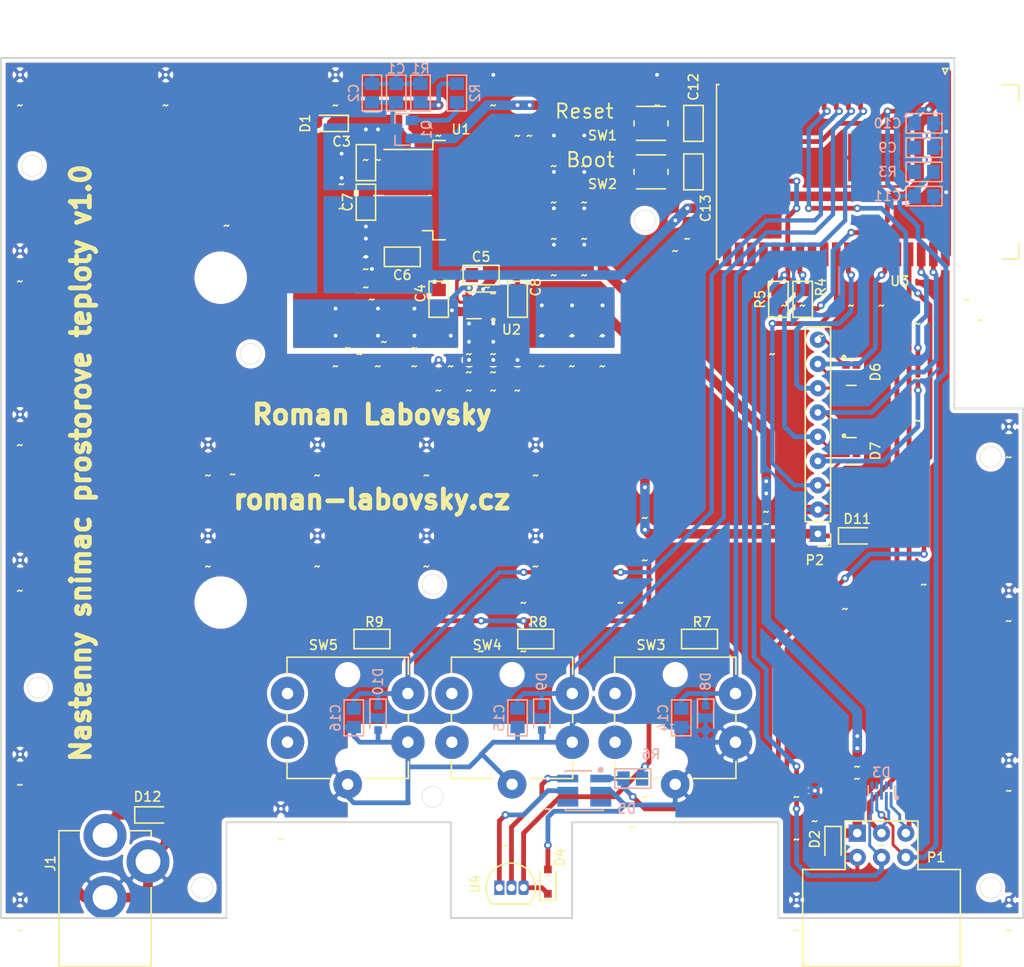
<source format=kicad_pcb>
(kicad_pcb (version 20171130) (host pcbnew "(5.1.6)-1")
  (layers (0 F.Cu signal) (31 B.Cu signal) (34 B.Paste user hide) (35 F.Paste user hide) (36 B.SilkS user) (37 F.SilkS user) (38 B.Mask user) (39 F.Mask user hide) (44 Edge.Cuts user))
  (net 0 "")
  (net 1 GND)
  (net 2 +5V)
  (net 3 "Net-(C5-Pad1)")
  (net 4 SYS_+3,3V)
  (net 5 OTHER_+3,3V)
  (net 6 /EN)
  (net 7 /IO0)
  (net 8 /button1)
  (net 9 /button2)
  (net 10 /button3)
  (net 11 USB_+5V)
  (net 12 /RXD)
  (net 13 /TXD)
  (net 14 /DISPLAY_CLK)
  (net 15 /DISPLAY_LED)
  (net 16 /DISPLAY_DCRS)
  (net 17 /DISPLAY_CS)
  (net 18 /DISPLAY_RST)
  (net 19 /DISPLAY_MOSI)
  (net 20 "Net-(Q1-Pad1)")
  (net 21 /1wire_data)
  (net 22 "Net-(D5-Pad6)")
  (net 23 /NOT_CONNECTED)
  (net 24 "Net-(C6-Pad1)")
  (net 25 VDC)
  (net 26 "Net-(D5-Pad5)")
  (net 27 "Net-(R5-Pad1)")
  (net 28 "Net-(D3-Pad6)")
  (net 29 "Net-(D3-Pad7)")
  (net 30 "Net-(D3-Pad9)")
  (net 31 "Net-(D3-Pad10)")
  (net 32 "Net-(D5-Pad3)")
  (net 33 "Net-(D5-Pad4)")
  (net 34 "Net-(D6-Pad6)")
  (net 35 "Net-(D6-Pad7)")
  (net 36 "Net-(D6-Pad2)")
  (net 37 "Net-(D6-Pad9)")
  (net 38 "Net-(D6-Pad10)")
  (net 39 "Net-(D7-Pad6)")
  (net 40 "Net-(D7-Pad7)")
  (net 41 "Net-(D7-Pad9)")
  (net 42 "Net-(D7-Pad10)")
  (net 43 "Net-(SW1-Pad2)")
  (net 44 "Net-(SW1-Pad3)")
  (net 45 "Net-(SW2-Pad2)")
  (net 46 "Net-(SW2-Pad3)")
  (net 47 "Net-(SW3-Pad2)")
  (net 48 "Net-(SW3-Pad4)")
  (net 49 "Net-(SW4-Pad2)")
  (net 50 "Net-(SW4-Pad4)")
  (net 51 "Net-(SW5-Pad2)")
  (net 52 "Net-(SW5-Pad4)")
  (net 53 "Net-(U3-Pad5)")
  (net 54 "Net-(U3-Pad31)")
  (net 55 "Net-(U3-Pad4)")
  (net 56 "Net-(U3-Pad20)")
  (net 57 "Net-(U3-Pad7)")
  (net 58 "Net-(U3-Pad22)")
  (net 59 "Net-(U3-Pad27)")
  (net 60 "Net-(U3-Pad28)")
  (net 61 "Net-(U3-Pad32)")
  (net 62 "Net-(U3-Pad6)")
  (net 63 "Net-(U3-Pad21)")
  (net 64 "Net-(U3-Pad18)")
  (net 65 "Net-(U3-Pad19)")
  (net 66 "Net-(U3-Pad17)")
  (net 67 "Net-(U3-Pad13)")
  (net 68 "Net-(U3-Pad12)")
  (net 69 "Net-(U3-Pad14)")
  (net 70 "Net-(U3-Pad23)")
  (net 71 "Net-(U3-Pad16)")
  (module via_pad_rl:via_pad_0,4x0,8 (layer F.Cu) (at 93.345 73.66)
    (fp_text reference ~ (at 0 3.175) (layer F.SilkS))
    (fp_text value ~)
    (pad ~ thru_hole circle (at 0 0) (size 0.8 0.8) (drill 0.4) (layers *.Cu *.Mask) (net 11 USB_+5V))
  )
  (module via_pad_rl:via_pad_0,4x0,8 (layer F.Cu) (at 118.11 113.03)
    (fp_text reference ~ (at 0 3.175) (layer F.SilkS))
    (fp_text value ~)
    (pad ~ thru_hole circle (at 0 0) (size 0.8 0.8) (drill 0.4) (layers *.Cu *.Mask) (net 11 USB_+5V))
  )
  (module via_pad_rl:via_pad_0,4x0,8 (layer F.Cu) (at 127.635 140.97)
    (fp_text reference ~ (at 0 3.175) (layer F.SilkS))
    (fp_text value ~)
    (pad ~ thru_hole circle (at 0 0) (size 0.8 0.8) (drill 0.4) (layers *.Cu *.Mask) (net 11 USB_+5V))
  )
  (module via_pad_rl:via_pad_0,4x0,8 (layer F.Cu) (at 92.075 73.66)
    (fp_text reference ~ (at 0 3.175) (layer F.SilkS))
    (fp_text value ~)
    (pad ~ thru_hole circle (at 0 0) (size 0.8 0.8) (drill 0.4) (layers *.Cu *.Mask) (net 11 USB_+5V))
  )
  (module via_pad_rl:via_pad_0,4x0,8 (layer F.Cu) (at 88.9 89.535)
    (fp_text reference ~ (at 0 3.175) (layer F.SilkS))
    (fp_text value ~)
    (pad ~ thru_hole circle (at -1.905 3.255002) (size 0.8 0.8) (drill 0.4) (layers *.Cu *.Mask) (net 2 +5V))
  )
  (module via_pad_rl:via_pad_0,4x0,8 (layer F.Cu) (at 89.535 90.17)
    (fp_text reference ~ (at 0 3.175) (layer F.SilkS))
    (fp_text value ~)
    (pad ~ thru_hole circle (at -1.059999 2.750001) (size 0.8 0.8) (drill 0.4) (layers *.Cu *.Mask) (net 1 GND))
  )
  (module via_pad_rl:via_pad_0,4x0,8 (layer F.Cu) (at 100.965 97.79)
    (fp_text reference ~ (at 0 3.175) (layer F.SilkS))
    (fp_text value ~)
    (pad ~ thru_hole circle (at 0 0) (size 0.8 0.8) (drill 0.4) (layers *.Cu *.Mask) (net 5 OTHER_+3,3V))
  )
  (module via_pad_rl:via_pad_0,4x0,8 (layer F.Cu) (at 100.965 94.615)
    (fp_text reference ~ (at 0 3.175) (layer F.SilkS))
    (fp_text value ~)
    (pad ~ thru_hole circle (at 0 0) (size 0.8 0.8) (drill 0.4) (layers *.Cu *.Mask) (net 5 OTHER_+3,3V))
  )
  (module via_pad_rl:via_pad_0,4x0,8 (layer F.Cu) (at 97.79 97.79)
    (fp_text reference ~ (at 0 3.175) (layer F.SilkS))
    (fp_text value ~)
    (pad ~ thru_hole circle (at 0 0) (size 0.8 0.8) (drill 0.4) (layers *.Cu *.Mask) (net 5 OTHER_+3,3V))
  )
  (module via_pad_rl:via_pad_0,4x0,8 (layer F.Cu) (at 97.79 94.615)
    (fp_text reference ~ (at 0 3.175) (layer F.SilkS))
    (fp_text value ~)
    (pad ~ thru_hole circle (at 0 0) (size 0.8 0.8) (drill 0.4) (layers *.Cu *.Mask) (net 5 OTHER_+3,3V))
  )
  (module via_pad_rl:via_pad_0,4x0,8 (layer F.Cu) (at 94.615 97.79)
    (fp_text reference ~ (at 0 3.175) (layer F.SilkS))
    (fp_text value ~)
    (pad ~ thru_hole circle (at 0 0) (size 0.8 0.8) (drill 0.4) (layers *.Cu *.Mask) (net 5 OTHER_+3,3V))
  )
  (module via_pad_rl:via_pad_0,4x0,8 (layer F.Cu) (at 94.615 94.615)
    (fp_text reference ~ (at 0 3.175) (layer F.SilkS))
    (fp_text value ~)
    (pad ~ thru_hole circle (at 0 0) (size 0.8 0.8) (drill 0.4) (layers *.Cu *.Mask) (net 5 OTHER_+3,3V))
  )
  (module via_pad_rl:via_pad_0,4x0,8 (layer F.Cu) (at 76.835 90.805)
    (fp_text reference ~ (at 0 3.175) (layer F.SilkS))
    (fp_text value ~)
    (pad ~ thru_hole circle (at 0 0) (size 0.8 0.8) (drill 0.4) (layers *.Cu *.Mask) (net 4 SYS_+3,3V))
  )
  (module via_pad_rl:via_pad_0,4x0,8 (layer F.Cu) (at 76.2 89.535)
    (fp_text reference ~ (at 0 3.175) (layer F.SilkS))
    (fp_text value ~)
    (pad ~ thru_hole circle (at 0 0) (size 0.8 0.8) (drill 0.4) (layers *.Cu *.Mask) (net 4 SYS_+3,3V))
  )
  (module via_pad_rl:via_pad_0,4x0,8 (layer F.Cu) (at 76.2 87.63)
    (fp_text reference ~ (at 0 3.175) (layer F.SilkS))
    (fp_text value ~)
    (pad ~ thru_hole circle (at 0 0) (size 0.8 0.8) (drill 0.4) (layers *.Cu *.Mask) (net 4 SYS_+3,3V))
  )
  (module via_pad_rl:via_pad_0,4x0,8 (layer F.Cu) (at 76.2 86.36)
    (fp_text reference ~ (at 0 3.175) (layer F.SilkS))
    (fp_text value ~)
    (pad ~ thru_hole circle (at 0 0) (size 0.8 0.8) (drill 0.4) (layers *.Cu *.Mask) (net 4 SYS_+3,3V))
  )
  (module via_pad_rl:via_pad_0,4x0,8 (layer F.Cu) (at 89.535 100.33)
    (fp_text reference ~ (at 0 3.175) (layer F.SilkS))
    (fp_text value ~)
    (pad ~ thru_hole circle (at 0 0) (size 0.8 0.8) (drill 0.4) (layers *.Cu *.Mask) (net 1 GND))
  )
  (module via_pad_rl:via_pad_0,4x0,8 (layer F.Cu) (at 92.075 100.33)
    (fp_text reference ~ (at 0 3.175) (layer F.SilkS))
    (fp_text value ~)
    (pad ~ thru_hole circle (at 0 0) (size 0.8 0.8) (drill 0.4) (layers *.Cu *.Mask) (net 1 GND))
  )
  (module via_pad_rl:via_pad_0,4x0,8 (layer F.Cu) (at 86.995 100.33)
    (fp_text reference ~ (at 0 3.175) (layer F.SilkS))
    (fp_text value ~)
    (pad ~ thru_hole circle (at 0 0) (size 0.8 0.8) (drill 0.4) (layers *.Cu *.Mask) (net 1 GND))
  )
  (module via_pad_rl:via_pad_0,4x0,8 (layer F.Cu) (at 83.82 100.33)
    (fp_text reference ~ (at 0 3.175) (layer F.SilkS))
    (fp_text value ~)
    (pad ~ thru_hole circle (at 0 0) (size 0.8 0.8) (drill 0.4) (layers *.Cu *.Mask) (net 1 GND))
  )
  (module via_pad_rl:via_pad_0,4x0,8 (layer F.Cu) (at 89.535 98.425)
    (fp_text reference ~ (at 0 3.175) (layer F.SilkS))
    (fp_text value ~)
    (pad ~ thru_hole circle (at 0 0) (size 0.8 0.8) (drill 0.4) (layers *.Cu *.Mask) (net 1 GND))
  )
  (module via_pad_rl:via_pad_0,4x0,8 (layer F.Cu) (at 86.995 98.425)
    (fp_text reference ~ (at 0 3.175) (layer F.SilkS))
    (fp_text value ~)
    (pad ~ thru_hole circle (at 0 0) (size 0.8 0.8) (drill 0.4) (layers *.Cu *.Mask) (net 1 GND))
  )
  (module via_pad_rl:via_pad_0,4x0,8 (layer F.Cu) (at 89.535 96.52)
    (fp_text reference ~ (at 0 3.175) (layer F.SilkS))
    (fp_text value ~)
    (pad ~ thru_hole circle (at 0 0) (size 0.8 0.8) (drill 0.4) (layers *.Cu *.Mask) (net 1 GND))
  )
  (module via_pad_rl:via_pad_0,4x0,8 (layer F.Cu) (at 86.995 96.52)
    (fp_text reference ~ (at 0 3.175) (layer F.SilkS))
    (fp_text value ~)
    (pad ~ thru_hole circle (at 0 0) (size 0.8 0.8) (drill 0.4) (layers *.Cu *.Mask) (net 1 GND))
  )
  (module via_pad_rl:via_pad_0,4x0,8 (layer F.Cu) (at 81.28 97.79)
    (fp_text reference ~ (at 0 3.175) (layer F.SilkS))
    (fp_text value ~)
    (pad ~ thru_hole circle (at 0 0) (size 0.8 0.8) (drill 0.4) (layers *.Cu *.Mask) (net 2 +5V))
  )
  (module via_pad_rl:via_pad_0,4x0,8 (layer F.Cu) (at 85.09 97.79)
    (fp_text reference ~ (at 0 3.175) (layer F.SilkS))
    (fp_text value ~)
    (pad ~ thru_hole circle (at 0 0) (size 0.8 0.8) (drill 0.4) (layers *.Cu *.Mask) (net 2 +5V))
  )
  (module via_pad_rl:via_pad_0,4x0,8 (layer F.Cu) (at 74.295 95.885)
    (fp_text reference ~ (at 0 3.175) (layer F.SilkS))
    (fp_text value ~)
    (pad ~ thru_hole circle (at -1.27 -0.935) (size 0.8 0.8) (drill 0.4) (layers *.Cu *.Mask) (net 2 +5V))
  )
  (module via_pad_rl:via_pad_0,4x0,8 (layer F.Cu) (at 81.28 95.885)
    (fp_text reference ~ (at 0 3.175) (layer F.SilkS))
    (fp_text value ~)
    (pad ~ thru_hole circle (at 3.925 -0.75) (size 0.8 0.8) (drill 0.4) (layers *.Cu *.Mask) (net 2 +5V))
  )
  (module via_pad_rl:via_pad_0,4x0,8 (layer F.Cu) (at 78.105 95.25)
    (fp_text reference ~ (at 0 3.175) (layer F.SilkS))
    (fp_text value ~)
    (pad ~ thru_hole circle (at 3.175 -0.3) (size 0.8 0.8) (drill 0.4) (layers *.Cu *.Mask) (net 2 +5V))
  )
  (module via_pad_rl:via_pad_0,4x0,8 (layer F.Cu) (at 75.565 96.52)
    (fp_text reference ~ (at 0 3.175) (layer F.SilkS))
    (fp_text value ~)
    (pad ~ thru_hole circle (at 1.905 -1.57) (size 0.8 0.8) (drill 0.4) (layers *.Cu *.Mask) (net 2 +5V))
  )
  (module via_pad_rl:via_pad_0,4x0,8 (layer F.Cu) (at 77.47 76.2)
    (fp_text reference ~ (at 0 3.175) (layer F.SilkS))
    (fp_text value ~)
    (pad ~ thru_hole circle (at 0 0) (size 0.8 0.8) (drill 0.4) (layers *.Cu *.Mask) (net 2 +5V))
  )
  (module via_pad_rl:via_pad_0,4x0,8 (layer F.Cu) (at 76.2 76.2)
    (fp_text reference ~ (at 0 3.175) (layer F.SilkS))
    (fp_text value ~)
    (pad ~ thru_hole circle (at 0 0) (size 0.8 0.8) (drill 0.4) (layers *.Cu *.Mask) (net 2 +5V))
  )
  (module via_pad_rl:via_pad_0,4x0,8 (layer F.Cu) (at 73.66 81.28)
    (fp_text reference ~ (at 0 3.175) (layer F.SilkS))
    (fp_text value ~)
    (pad ~ thru_hole circle (at 0 0) (size 0.8 0.8) (drill 0.4) (layers *.Cu *.Mask) (net 2 +5V))
  )
  (module via_pad_rl:via_pad_0,4x0,8 (layer F.Cu) (at 73.66 78.74)
    (fp_text reference ~ (at 0 3.175) (layer F.SilkS))
    (fp_text value ~)
    (pad ~ thru_hole circle (at 0 0) (size 0.8 0.8) (drill 0.4) (layers *.Cu *.Mask) (net 2 +5V))
  )
  (module via_pad_rl:via_pad_0,4x0,8 (layer F.Cu) (at 77.47 97.79)
    (fp_text reference ~ (at 0 3.175) (layer F.SilkS))
    (fp_text value ~)
    (pad ~ thru_hole circle (at 0 0) (size 0.8 0.8) (drill 0.4) (layers *.Cu *.Mask) (net 2 +5V))
  )
  (module via_pad_rl:via_pad_0,4x0,8 (layer F.Cu) (at 73.025 97.79)
    (fp_text reference ~ (at 0 3.175) (layer F.SilkS))
    (fp_text value ~)
    (pad ~ thru_hole circle (at 0 0) (size 0.8 0.8) (drill 0.4) (layers *.Cu *.Mask) (net 2 +5V))
  )
  (module via_pad_rl:via_pad_0,4x0,8 (layer F.Cu) (at 83.82 73.66)
    (fp_text reference ~ (at 0 3.175) (layer F.SilkS))
    (fp_text value ~)
    (pad ~ thru_hole circle (at 0 0) (size 0.8 0.8) (drill 0.4) (layers *.Cu *.Mask) (net 25 VDC))
  )
  (module via_pad_rl:via_pad_0,4x0,8 (layer F.Cu) (at 95.885 80.645)
    (fp_text reference ~ (at 0 3.175) (layer F.SilkS))
    (fp_text value ~)
    (pad ~ thru_hole circle (at 0 0) (size 0.8 0.8) (drill 0.4) (layers *.Cu *.Mask) (net 1 GND))
  )
  (module via_pad_rl:via_pad_0,4x0,8 (layer F.Cu) (at 95.885 84.455)
    (fp_text reference ~ (at 0 3.175) (layer F.SilkS))
    (fp_text value ~)
    (pad ~ thru_hole circle (at 0 0) (size 0.8 0.8) (drill 0.4) (layers *.Cu *.Mask) (net 1 GND))
  )
  (module via_pad_rl:via_pad_0,4x0,8 (layer F.Cu) (at 95.885 88.265)
    (fp_text reference ~ (at 0 3.175) (layer F.SilkS))
    (fp_text value ~)
    (pad ~ thru_hole circle (at 0 0) (size 0.8 0.8) (drill 0.4) (layers *.Cu *.Mask) (net 1 GND))
  )
  (module via_pad_rl:via_pad_0,4x0,8 (layer F.Cu) (at 99.06 88.265)
    (fp_text reference ~ (at 0 3.175) (layer F.SilkS))
    (fp_text value ~)
    (pad ~ thru_hole circle (at 0 0) (size 0.8 0.8) (drill 0.4) (layers *.Cu *.Mask) (net 1 GND))
  )
  (module via_pad_rl:via_pad_0,4x0,8 (layer F.Cu) (at 99.06 84.455)
    (fp_text reference ~ (at 0 3.175) (layer F.SilkS))
    (fp_text value ~)
    (pad ~ thru_hole circle (at 0 0) (size 0.8 0.8) (drill 0.4) (layers *.Cu *.Mask) (net 1 GND))
  )
  (module via_pad_rl:via_pad_0,4x0,8 (layer F.Cu) (at 99.06 80.645)
    (fp_text reference ~ (at 0 3.175) (layer F.SilkS))
    (fp_text value ~)
    (pad ~ thru_hole circle (at 0 0) (size 0.8 0.8) (drill 0.4) (layers *.Cu *.Mask) (net 1 GND))
  )
  (module via_pad_rl:via_pad_0,4x0,8 (layer F.Cu) (at 99.06 76.835)
    (fp_text reference ~ (at 0 3.175) (layer F.SilkS))
    (fp_text value ~)
    (pad ~ thru_hole circle (at 0 0) (size 0.8 0.8) (drill 0.4) (layers *.Cu *.Mask) (net 1 GND))
  )
  (module via_pad_rl:via_pad_0,4x0,8 (layer F.Cu) (at 95.885 76.835)
    (fp_text reference ~ (at 0 3.175) (layer F.SilkS))
    (fp_text value ~)
    (pad ~ thru_hole circle (at 0 0) (size 0.8 0.8) (drill 0.4) (layers *.Cu *.Mask) (net 1 GND))
  )
  (module via_pad_rl:via_pad_0,4x0,8 (layer F.Cu) (at 40.005 88.9)
    (fp_text reference ~ (at 0 3.175) (layer F.SilkS))
    (fp_text value ~)
    (pad ~ thru_hole circle (at 0 0) (size 0.8 0.8) (drill 0.4) (layers *.Cu *.Mask) (net 1 GND))
  )
  (module via_pad_rl:via_pad_0,4x0,8 (layer F.Cu) (at 40.005 70.485)
    (fp_text reference ~ (at 0 3.175) (layer F.SilkS))
    (fp_text value ~)
    (pad ~ thru_hole circle (at 0 0) (size 0.8 0.8) (drill 0.4) (layers *.Cu *.Mask) (net 1 GND))
  )
  (module via_pad_rl:via_pad_0,4x0,8 (layer F.Cu) (at 55.245 70.485)
    (fp_text reference ~ (at 0 3.175) (layer F.SilkS))
    (fp_text value ~)
    (pad ~ thru_hole circle (at 0 0) (size 0.8 0.8) (drill 0.4) (layers *.Cu *.Mask) (net 1 GND))
  )
  (module via_pad_rl:via_pad_0,4x0,8 (layer F.Cu) (at 73.025 70.485)
    (fp_text reference ~ (at 0 3.175) (layer F.SilkS))
    (fp_text value ~)
    (pad ~ thru_hole circle (at 0 0) (size 0.8 0.8) (drill 0.4) (layers *.Cu *.Mask) (net 1 GND))
  )
  (module via_pad_rl:via_pad_0,4x0,8 (layer F.Cu) (at 89.535 70.485)
    (fp_text reference ~ (at 0 3.175) (layer F.SilkS))
    (fp_text value ~)
    (pad ~ thru_hole circle (at 0 0) (size 0.8 0.8) (drill 0.4) (layers *.Cu *.Mask) (net 1 GND))
  )
  (module via_pad_rl:via_pad_0,4x0,8 (layer F.Cu) (at 106.68 70.485)
    (fp_text reference ~ (at 0 3.175) (layer F.SilkS))
    (fp_text value ~)
    (pad ~ thru_hole circle (at 0 0) (size 0.8 0.8) (drill 0.4) (layers *.Cu *.Mask) (net 1 GND))
  )
  (module via_pad_rl:via_pad_0,4x0,8 (layer F.Cu) (at 108.585 85.725)
    (fp_text reference ~ (at 0 3.175) (layer F.SilkS))
    (fp_text value ~)
    (pad ~ thru_hole circle (at 0 0) (size 0.8 0.8) (drill 0.4) (layers *.Cu *.Mask) (net 4 SYS_+3,3V))
  )
  (module via_pad_rl:via_pad_0,4x0,8 (layer F.Cu) (at 109.855 84.455)
    (fp_text reference ~ (at 0 3.175) (layer F.SilkS))
    (fp_text value ~)
    (pad ~ thru_hole circle (at 0 0) (size 0.8 0.8) (drill 0.4) (layers *.Cu *.Mask) (net 4 SYS_+3,3V))
  )
  (module via_pad_rl:via_pad_0,4x0,8 (layer F.Cu) (at 140.462 92.964)
    (fp_text reference ~ (at 0 3.175) (layer F.SilkS))
    (fp_text value ~)
    (pad ~ thru_hole circle (at -4.862 -1.814) (size 0.8 0.8) (drill 0.4) (layers *.Cu *.Mask) (net 19 /DISPLAY_MOSI))
  )
  (module via_pad_rl:via_pad_0,4x0,8 (layer F.Cu) (at 139.065 90.805)
    (fp_text reference ~ (at 0 3.175) (layer F.SilkS))
    (fp_text value ~)
    (pad ~ thru_hole circle (at -4.735 0.345) (size 0.8 0.8) (drill 0.4) (layers *.Cu *.Mask) (net 18 /DISPLAY_RST))
  )
  (module via_pad_rl:via_pad_0,4x0,8 (layer F.Cu) (at 123.825 94.615)
    (fp_text reference ~ (at 0 3.175) (layer F.SilkS))
    (fp_text value ~)
    (pad ~ thru_hole circle (at 0 0) (size 0.8 0.8) (drill 0.4) (layers *.Cu *.Mask) (net 4 SYS_+3,3V))
  )
  (module via_pad_rl:via_pad_0,4x0,8 (layer F.Cu) (at 118.745 96.52)
    (fp_text reference ~ (at 0 3.175) (layer F.SilkS))
    (fp_text value ~)
    (pad ~ thru_hole circle (at 0 0) (size 0.8 0.8) (drill 0.4) (layers *.Cu *.Mask) (net 17 /DISPLAY_CS))
  )
  (module via_pad_rl:via_pad_0,4x0,8 (layer F.Cu) (at 120.015 91.44)
    (fp_text reference ~ (at 0 3.175) (layer F.SilkS))
    (fp_text value ~)
    (pad ~ thru_hole circle (at 0 0) (size 0.8 0.8) (drill 0.4) (layers *.Cu *.Mask) (net 7 /IO0))
  )
  (module via_pad_rl:via_pad_0,4x0,8 (layer F.Cu) (at 121.92 91.44)
    (fp_text reference ~ (at 0 3.175) (layer F.SilkS))
    (fp_text value ~)
    (pad ~ thru_hole circle (at 0 0) (size 0.8 0.8) (drill 0.4) (layers *.Cu *.Mask) (net 16 /DISPLAY_DCRS))
  )
  (module via_pad_rl:via_pad_0,4x0,8 (layer F.Cu) (at 127 91.44)
    (fp_text reference ~ (at 0 3.175) (layer F.SilkS))
    (fp_text value ~)
    (pad ~ thru_hole circle (at 0 0) (size 0.8 0.8) (drill 0.4) (layers *.Cu *.Mask) (net 14 /DISPLAY_CLK))
  )
  (module via_pad_rl:via_pad_0,4x0,8 (layer F.Cu) (at 130.175 91.44)
    (fp_text reference ~ (at 0 3.175) (layer F.SilkS))
    (fp_text value ~)
    (pad ~ thru_hole circle (at 0 0) (size 0.8 0.8) (drill 0.4) (layers *.Cu *.Mask) (net 15 /DISPLAY_LED))
  )
  (module via_pad_rl:via_pad_0,4x0,8 (layer F.Cu) (at 133.985 93.345)
    (fp_text reference ~ (at 0 3.175) (layer F.SilkS))
    (fp_text value ~)
    (pad ~ thru_hole circle (at 0 0) (size 0.8 0.8) (drill 0.4) (layers *.Cu *.Mask) (net 21 /1wire_data))
  )
  (module via_pad_rl:via_pad_0,4x0,8 (layer F.Cu) (at 133.985 99.06)
    (fp_text reference ~ (at 0 3.175) (layer F.SilkS))
    (fp_text value ~)
    (pad ~ thru_hole circle (at 0 0) (size 0.8 0.8) (drill 0.4) (layers *.Cu *.Mask) (net 18 /DISPLAY_RST))
  )
  (module via_pad_rl:via_pad_0,4x0,8 (layer F.Cu) (at 133.985 103.505)
    (fp_text reference ~ (at 0 3.175) (layer F.SilkS))
    (fp_text value ~)
    (pad ~ thru_hole circle (at 0 0) (size 0.8 0.8) (drill 0.4) (layers *.Cu *.Mask) (net 18 /DISPLAY_RST))
  )
  (module via_pad_rl:via_pad_0,4x0,8 (layer F.Cu) (at 134.62 120.65)
    (fp_text reference ~ (at 0 3.175) (layer F.SilkS))
    (fp_text value ~)
    (pad ~ thru_hole circle (at 0 0) (size 0.8 0.8) (drill 0.4) (layers *.Cu *.Mask) (net 21 /1wire_data))
  )
  (module via_pad_rl:via_pad_0,4x0,8 (layer F.Cu) (at 118.11 114.3)
    (fp_text reference ~ (at 0 3.175) (layer F.SilkS))
    (fp_text value ~)
    (pad ~ thru_hole circle (at 0 0) (size 0.8 0.8) (drill 0.4) (layers *.Cu *.Mask) (net 11 USB_+5V))
  )
  (module via_pad_rl:via_pad_0,4x0,8 (layer F.Cu) (at 105.41 113.665)
    (fp_text reference ~ (at 0 3.175) (layer F.SilkS))
    (fp_text value ~)
    (pad ~ thru_hole circle (at 0 0) (size 0.8 0.8) (drill 0.4) (layers *.Cu *.Mask) (net 5 OTHER_+3,3V))
  )
  (module via_pad_rl:via_pad_0,4x0,8 (layer F.Cu) (at 105.41 118.11)
    (fp_text reference ~ (at 0 3.175) (layer F.SilkS))
    (fp_text value ~)
    (pad ~ thru_hole circle (at 0 0) (size 0.8 0.8) (drill 0.4) (layers *.Cu *.Mask) (net 5 OTHER_+3,3V))
  )
  (module via_pad_rl:via_pad_0,4x0,8 (layer F.Cu) (at 102.87 122.555)
    (fp_text reference ~ (at 0 3.175) (layer F.SilkS))
    (fp_text value ~)
    (pad ~ thru_hole circle (at 0 0) (size 0.8 0.8) (drill 0.4) (layers *.Cu *.Mask) (net 10 /button3))
  )
  (module via_pad_rl:via_pad_0,4x0,8 (layer F.Cu) (at 92.71 122.555)
    (fp_text reference ~ (at 0 3.175) (layer F.SilkS))
    (fp_text value ~)
    (pad ~ thru_hole circle (at 0 0) (size 0.8 0.8) (drill 0.4) (layers *.Cu *.Mask) (net 10 /button3))
  )
  (module via_pad_rl:via_pad_0,4x0,8 (layer F.Cu) (at 92.71 127.635)
    (fp_text reference ~ (at 0 3.175) (layer F.SilkS))
    (fp_text value ~)
    (pad ~ thru_hole circle (at 0 0) (size 0.8 0.8) (drill 0.4) (layers *.Cu *.Mask) (net 5 OTHER_+3,3V))
  )
  (module via_pad_rl:via_pad_0,4x0,8 (layer F.Cu) (at 143.51 124.46)
    (fp_text reference ~ (at 0 3.175) (layer F.SilkS))
    (fp_text value ~)
    (pad ~ thru_hole circle (at 0 0) (size 0.8 0.8) (drill 0.4) (layers *.Cu *.Mask) (net 1 GND))
  )
  (module via_pad_rl:via_pad_0,4x0,8 (layer F.Cu) (at 88.265 127.635)
    (fp_text reference ~ (at 0 3.175) (layer F.SilkS))
    (fp_text value ~)
    (pad ~ thru_hole circle (at 0 0) (size 0.8 0.8) (drill 0.4) (layers *.Cu *.Mask) (net 5 OTHER_+3,3V))
  )
  (module via_pad_rl:via_pad_0,4x0,8 (layer F.Cu) (at 143.51 107.315)
    (fp_text reference ~ (at 0 3.175) (layer F.SilkS))
    (fp_text value ~)
    (pad ~ thru_hole circle (at 0 0) (size 0.8 0.8) (drill 0.4) (layers *.Cu *.Mask) (net 1 GND))
  )
  (module via_pad_rl:via_pad_0,4x0,8 (layer F.Cu) (at 126.365 123.19)
    (fp_text reference ~ (at 0 3.175) (layer F.SilkS))
    (fp_text value ~)
    (pad ~ thru_hole circle (at 0 0) (size 0.8 0.8) (drill 0.4) (layers *.Cu *.Mask) (net 21 /1wire_data))
  )
  (module via_pad_rl:via_pad_0,4x0,8 (layer F.Cu) (at 121.285 147.32)
    (fp_text reference ~ (at 0 3.175) (layer F.SilkS))
    (fp_text value ~)
    (pad ~ thru_hole circle (at 0 0) (size 0.8 0.8) (drill 0.4) (layers *.Cu *.Mask) (net 7 /IO0))
  )
  (module via_pad_rl:via_pad_0,4x0,8 (layer F.Cu) (at 127.635 139.7)
    (fp_text reference ~ (at 0 3.175) (layer F.SilkS))
    (fp_text value ~)
    (pad ~ thru_hole circle (at 0 0) (size 0.8 0.8) (drill 0.4) (layers *.Cu *.Mask) (net 11 USB_+5V))
  )
  (module via_pad_rl:via_pad_0,4x0,8 (layer F.Cu) (at 121.285 142.875)
    (fp_text reference ~ (at 0 3.175) (layer F.SilkS))
    (fp_text value ~)
    (pad ~ thru_hole circle (at 0 0) (size 0.8 0.8) (drill 0.4) (layers *.Cu *.Mask) (net 7 /IO0))
  )
  (module via_pad_rl:via_pad_0,4x0,8 (layer F.Cu) (at 130.175 147.955)
    (fp_text reference ~ (at 0 3.175) (layer F.SilkS))
    (fp_text value ~)
    (pad ~ thru_hole circle (at 0 0) (size 0.8 0.8) (drill 0.4) (layers *.Cu *.Mask) (net 6 /EN))
  )
  (module via_pad_rl:via_pad_0,4x0,8 (layer F.Cu) (at 121.285 156.845)
    (fp_text reference ~ (at 0 3.175) (layer F.SilkS))
    (fp_text value ~)
    (pad ~ thru_hole circle (at 0 0) (size 0.8 0.8) (drill 0.4) (layers *.Cu *.Mask) (net 1 GND))
  )
  (module via_pad_rl:via_pad_0,4x0,8 (layer F.Cu) (at 123.19 145.415)
    (fp_text reference ~ (at 0 3.175) (layer F.SilkS))
    (fp_text value ~)
    (pad ~ thru_hole circle (at 0 0) (size 0.8 0.8) (drill 0.4) (layers *.Cu *.Mask) (net 1 GND))
  )
  (module via_pad_rl:via_pad_0,4x0,8 (layer F.Cu) (at 105.41 142.875)
    (fp_text reference ~ (at 0 3.175) (layer F.SilkS))
    (fp_text value ~)
    (pad ~ thru_hole circle (at 0 0) (size 0.8 0.8) (drill 0.4) (layers *.Cu *.Mask) (net 5 OTHER_+3,3V))
  )
  (module via_pad_rl:via_pad_0,4x0,8 (layer F.Cu) (at 143.51 156.845)
    (fp_text reference ~ (at 0 3.175) (layer F.SilkS))
    (fp_text value ~)
    (pad ~ thru_hole circle (at 0 0) (size 0.8 0.8) (drill 0.4) (layers *.Cu *.Mask) (net 1 GND))
  )
  (module via_pad_rl:via_pad_0,4x0,8 (layer F.Cu) (at 104.14 146.05)
    (fp_text reference ~ (at 0 3.175) (layer F.SilkS))
    (fp_text value ~)
    (pad ~ thru_hole circle (at 0 0) (size 0.8 0.8) (drill 0.4) (layers *.Cu *.Mask) (net 21 /1wire_data))
  )
  (module via_pad_rl:via_pad_0,4x0,8 (layer F.Cu) (at 143.51 142.24)
    (fp_text reference ~ (at 0 3.175) (layer F.SilkS))
    (fp_text value ~)
    (pad ~ thru_hole circle (at 0 0) (size 0.8 0.8) (drill 0.4) (layers *.Cu *.Mask) (net 1 GND))
  )
  (module via_pad_rl:via_pad_0,4x0,8 (layer F.Cu) (at 71.12 118.745)
    (fp_text reference ~ (at 0 3.175) (layer F.SilkS))
    (fp_text value ~)
    (pad ~ thru_hole circle (at 0 0) (size 0.8 0.8) (drill 0.4) (layers *.Cu *.Mask) (net 1 GND))
  )
  (module via_pad_rl:via_pad_0,4x0,8 (layer F.Cu) (at 71.12 109.22)
    (fp_text reference ~ (at 0 3.175) (layer F.SilkS))
    (fp_text value ~)
    (pad ~ thru_hole circle (at 0 0) (size 0.8 0.8) (drill 0.4) (layers *.Cu *.Mask) (net 1 GND))
  )
  (module via_pad_rl:via_pad_0,4x0,8 (layer F.Cu) (at 95.25 151.13)
    (fp_text reference ~ (at 0 3.175) (layer F.SilkS))
    (fp_text value ~)
    (pad ~ thru_hole circle (at 0 0) (size 0.8 0.8) (drill 0.4) (layers *.Cu *.Mask) (net 1 GND))
  )
  (module via_pad_rl:via_pad_0,4x0,8 (layer F.Cu) (at 95.25 144.145)
    (fp_text reference ~ (at 0 3.175) (layer F.SilkS))
    (fp_text value ~)
    (pad ~ thru_hole circle (at 0 0) (size 0.8 0.8) (drill 0.4) (layers *.Cu *.Mask) (net 22 "Net-(D5-Pad6)"))
  )
  (module via_pad_rl:via_pad_0,4x0,8 (layer F.Cu) (at 82.55 109.22)
    (fp_text reference ~ (at 0 3.175) (layer F.SilkS))
    (fp_text value ~)
    (pad ~ thru_hole circle (at 0 0) (size 0.8 0.8) (drill 0.4) (layers *.Cu *.Mask) (net 1 GND))
  )
  (module via_pad_rl:via_pad_0,4x0,8 (layer F.Cu) (at 93.98 109.22)
    (fp_text reference ~ (at 0 3.175) (layer F.SilkS))
    (fp_text value ~)
    (pad ~ thru_hole circle (at 0 0) (size 0.8 0.8) (drill 0.4) (layers *.Cu *.Mask) (net 1 GND))
  )
  (module via_pad_rl:via_pad_0,4x0,8 (layer F.Cu) (at 82.55 118.745)
    (fp_text reference ~ (at 0 3.175) (layer F.SilkS))
    (fp_text value ~)
    (pad ~ thru_hole circle (at 0 0) (size 0.8 0.8) (drill 0.4) (layers *.Cu *.Mask) (net 1 GND))
  )
  (module via_pad_rl:via_pad_0,4x0,8 (layer F.Cu) (at 93.98 118.745)
    (fp_text reference ~ (at 0 3.175) (layer F.SilkS))
    (fp_text value ~)
    (pad ~ thru_hole circle (at 0 0) (size 0.8 0.8) (drill 0.4) (layers *.Cu *.Mask) (net 1 GND))
  )
  (module via_pad_rl:via_pad_0,4x0,8 (layer F.Cu) (at 59.69 118.745)
    (fp_text reference ~ (at 0 3.175) (layer F.SilkS))
    (fp_text value ~)
    (pad ~ thru_hole circle (at 0 0) (size 0.8 0.8) (drill 0.4) (layers *.Cu *.Mask) (net 1 GND))
  )
  (module via_pad_rl:via_pad_0,4x0,8 (layer F.Cu) (at 67.31 147.32)
    (fp_text reference ~ (at 0 3.175) (layer F.SilkS))
    (fp_text value ~)
    (pad ~ thru_hole circle (at 0 0) (size 0.8 0.8) (drill 0.4) (layers *.Cu *.Mask) (net 1 GND))
  )
  (module via_pad_rl:via_pad_0,4x0,8 (layer F.Cu) (at 90.805 147.955)
    (fp_text reference ~ (at 0 3.175) (layer F.SilkS))
    (fp_text value ~)
    (pad ~ thru_hole circle (at 0 0) (size 0.8 0.8) (drill 0.4) (layers *.Cu *.Mask) (net 26 "Net-(D5-Pad5)"))
  )
  (module via_pad_rl:via_pad_0,4x0,8 (layer F.Cu) (at 40.005 106.045)
    (fp_text reference ~ (at 0 3.175) (layer F.SilkS))
    (fp_text value ~)
    (pad ~ thru_hole circle (at 0 0) (size 0.8 0.8) (drill 0.4) (layers *.Cu *.Mask) (net 1 GND))
  )
  (module via_pad_rl:via_pad_0,4x0,8 (layer F.Cu) (at 59.69 109.22)
    (fp_text reference ~ (at 0 3.175) (layer F.SilkS))
    (fp_text value ~)
    (pad ~ thru_hole circle (at 0 0) (size 0.8 0.8) (drill 0.4) (layers *.Cu *.Mask) (net 1 GND))
  )
  (module via_pad_rl:via_pad_0,4x0,8 (layer F.Cu) (at 40.005 121.285)
    (fp_text reference ~ (at 0 3.175) (layer F.SilkS))
    (fp_text value ~)
    (pad ~ thru_hole circle (at 0 0) (size 0.8 0.8) (drill 0.4) (layers *.Cu *.Mask) (net 1 GND))
  )
  (module via_pad_rl:via_pad_0,4x0,8 (layer F.Cu) (at 40.005 141.605)
    (fp_text reference ~ (at 0 3.175) (layer F.SilkS))
    (fp_text value ~)
    (pad ~ thru_hole circle (at 0 0) (size 0.8 0.8) (drill 0.4) (layers *.Cu *.Mask) (net 1 GND))
  )
  (module via_pad_rl:via_pad_0,4x0,8 (layer F.Cu) (at 40.005 156.845)
    (fp_text reference ~ (at 0 3.175) (layer F.SilkS))
    (fp_text value ~)
    (pad ~ thru_hole circle (at 0 0) (size 0.8 0.8) (drill 0.4) (layers *.Cu *.Mask) (net 1 GND))
  )
  (module connector_rl:2x3_pin_header_MLW06A (layer F.Cu) (at 130.175 151.13 270)
    (fp_text reference P1 (at 1.27 -5.715 180) (layer F.SilkS) (effects (font (thickness 0.17))))
    (fp_text value 2x3_pins_header)
    (pad 2 thru_hole oval (at 1.27 2.54 270) (size 1.8 1.8) (drill 0.9) (layers *.Cu *.Mask) (net 1 GND))
    (pad 4 thru_hole oval (at 1.27 0 270) (size 1.8 1.8) (drill 0.9) (layers *.Cu *.Mask) (net 7 /IO0))
    (pad 3 thru_hole oval (at -1.27 0 270) (size 1.8 1.8) (drill 0.9) (layers *.Cu *.Mask) (net 12 /RXD))
    (pad 1 thru_hole rect (at -1.27 2.54 270) (size 1.8 1.8) (drill 0.9) (layers *.Cu *.Mask) (net 11 USB_+5V))
    (pad 6 thru_hole oval (at 1.27 -2.54 270) (size 1.8 1.8) (drill 0.9) (layers *.Cu *.Mask) (net 6 /EN))
    (pad 5 thru_hole oval (at -1.27 -2.54 270) (size 1.8 1.8) (drill 0.9) (layers *.Cu *.Mask) (net 13 /TXD))
  )
  (module package_son_rl:son_8 (layer F.Cu) (at 88.265 94.615 180)
    (fp_text reference U2 (at -3.175 -2.54) (layer F.SilkS) (effects (font (thickness 0.17))))
    (fp_text value TPS7A8033DRBR)
    (pad 6 smd rect (at 1.4859 0.325 180) (size 1 0.31) (layers F.Cu F.Paste F.Mask) (net 3 "Net-(C5-Pad1)"))
    (pad 1 smd rect (at -1.4859 -0.975 180) (size 1 0.31) (layers F.Cu F.Paste F.Mask) (net 5 OTHER_+3,3V))
    (pad 9 smd rect (at 0 0 180) (size 1.5 1.75) (layers F.Cu F.Mask) (net 1 GND))
    (pad 8 smd rect (at 1.4859 -0.975 180) (size 1 0.31) (layers F.Cu F.Paste F.Mask) (net 2 +5V))
    (pad 7 smd rect (at 1.4859 -0.325 180) (size 1 0.31) (layers F.Cu F.Paste F.Mask) (net 2 +5V))
    (pad 4 smd rect (at -1.4859 0.975 180) (size 1 0.31) (layers F.Cu F.Paste F.Mask) (net 1 GND))
    (pad 3 smd rect (at -1.4859 0.325 180) (size 1 0.31) (layers F.Cu F.Paste F.Mask) (net 5 OTHER_+3,3V))
    (pad 2 smd rect (at -1.4859 -0.325 180) (size 1 0.31) (layers F.Cu F.Paste F.Mask) (net 5 OTHER_+3,3V))
    (pad 5 smd rect (at 1.4859 0.975 180) (size 1 0.31) (layers F.Cu F.Paste F.Mask) (net 2 +5V))
  )
  (module diode_smd_rl:sod_323 (layer F.Cu) (at 53.975 147.955)
    (fp_text reference D12 (at -0.635 -1.905) (layer F.SilkS) (effects (font (thickness 0.17))))
    (fp_text value SD05.TCT)
    (pad 1 smd rect (at -1.27 0) (size 0.8 0.8) (layers F.Cu F.Paste F.Mask) (net 25 VDC))
    (pad 2 smd rect (at 1.27 0) (size 0.8 0.8) (layers F.Cu F.Paste F.Mask) (net 1 GND))
  )
  (module mounting_hole_rl:mounting_hole_3,2mm_5,5mm (layer F.Cu) (at 62.27 116.485)
    (fp_text reference ~ (at 0 -4.2) (layer F.SilkS))
    (fp_text value mounting_hole_3,2mm_5,5mm)
    (pad "" np_thru_hole circle (at -1.27 9.235) (size 3.2 3.2) (drill 3.2) (layers *.Cu *.Mask) (clearance 1.15))
  )
  (module mounting_hole_rl:mounting_hole_3,2mm_5,5mm (layer F.Cu) (at 61.635 90.45)
    (fp_text reference ~ (at 0 -4.2) (layer F.SilkS))
    (fp_text value mounting_hole_3,2mm_5,5mm)
    (pad "" np_thru_hole circle (at -0.635 1.27) (size 3.2 3.2) (drill 3.2) (layers *.Cu *.Mask) (clearance 1.15))
  )
  (module dc_barrel_jack_rl:PC-GK2.1 (layer F.Cu) (at 48.895 156.845 90)
    (fp_text reference J1 (at 3.81 -5.715 90) (layer F.SilkS) (effects (font (thickness 0.17))))
    (fp_text value dc_barrel_jack)
    (pad 1 thru_hole circle (at 6.75 0 90) (size 4.5 4.5) (drill 2.6) (layers *.Cu *.Mask) (net 25 VDC))
    (pad 3 thru_hole circle (at 0.25 0 90) (size 4.5 4.5) (drill 2.6) (layers *.Cu *.Mask) (net 1 GND))
    (pad 2 thru_hole circle (at 4 4.5 90) (size 4.5 4.5) (drill 2.6) (layers *.Cu *.Mask) (net 1 GND))
  )
  (module package_to_rl:to_263_5 (layer F.Cu) (at 86.16 82.55)
    (fp_text reference U1 (at 0 -6.35) (layer F.SilkS) (effects (font (thickness 0.17))))
    (fp_text value TPS79633KTTR)
    (pad 2 smd rect (at -5.775 -1.7) (size 4.6 1.1) (layers F.Cu F.Paste F.Mask) (net 2 +5V))
    (pad 5 smd rect (at -5.775 3.4) (size 4.6 1.1) (layers F.Cu F.Paste F.Mask) (net 24 "Net-(C6-Pad1)"))
    (pad 4 smd rect (at -5.775 1.7) (size 4.6 1.1) (layers F.Cu F.Paste F.Mask) (net 4 SYS_+3,3V))
    (pad 1 smd rect (at -5.775 -3.4) (size 4.6 1.1) (layers F.Cu F.Paste F.Mask) (net 2 +5V))
    (pad 3 smd rect (at -5.775 0) (size 4.6 1.1) (layers F.Cu F.Paste F.Mask) (net 1 GND))
    (pad 3 smd rect (at 3.375 0) (size 9.4 10.8) (layers F.Cu F.Mask) (net 1 GND))
  )
  (module package_dfn_rl:dfn_2510a_10 (layer B.Cu) (at 130.175 145.415 90)
    (fp_text reference D3 (at 1.905 0) (layer B.SilkS) (effects (font (thickness 0.17)) (justify mirror)))
    (fp_text value PHDMI2AB4Z)
    (pad 4 smd rect (at -0.54 -0.5 180) (size 0.3 0.8) (layers B.Cu B.Paste B.Mask) (net 6 /EN))
    (pad 1 smd rect (at -0.54 1 180) (size 0.3 0.8) (layers B.Cu B.Paste B.Mask) (net 13 /TXD))
    (pad 6 smd rect (at 0.54 -1 180) (size 0.3 0.8) (layers B.Cu B.Paste B.Mask) (net 28 "Net-(D3-Pad6)"))
    (pad 7 smd rect (at 0.54 -0.5 180) (size 0.3 0.8) (layers B.Cu B.Paste B.Mask) (net 29 "Net-(D3-Pad7)"))
    (pad 3 smd rect (at -0.54 0 180) (size 0.3 0.8) (layers B.Cu B.Paste B.Mask) (net 1 GND))
    (pad 2 smd rect (at -0.54 0.5 180) (size 0.3 0.8) (layers B.Cu B.Paste B.Mask) (net 12 /RXD))
    (pad 5 smd rect (at -0.54 -1 180) (size 0.3 0.8) (layers B.Cu B.Paste B.Mask) (net 7 /IO0))
    (pad 8 smd rect (at 0.54 0 180) (size 0.3 0.8) (layers B.Cu B.Paste B.Mask) (net 1 GND))
    (pad 9 smd rect (at 0.54 0.5 180) (size 0.3 0.8) (layers B.Cu B.Paste B.Mask) (net 30 "Net-(D3-Pad9)"))
    (pad 10 smd rect (at 0.54 1 180) (size 0.3 0.8) (layers B.Cu B.Paste B.Mask) (net 31 "Net-(D3-Pad10)"))
  )
  (module package_dfn_rl:dfn_2510a_10 (layer F.Cu) (at 127 109.855)
    (fp_text reference D7 (at 2.54 0 90) (layer F.SilkS) (effects (font (thickness 0.17))))
    (fp_text value PHDMI2AB4Z)
    (pad 4 smd rect (at -0.54 0.5 270) (size 0.3 0.8) (layers F.Cu F.Paste F.Mask) (net 18 /DISPLAY_RST))
    (pad 1 smd rect (at -0.54 -1 270) (size 0.3 0.8) (layers F.Cu F.Paste F.Mask) (net 19 /DISPLAY_MOSI))
    (pad 6 smd rect (at 0.54 1 270) (size 0.3 0.8) (layers F.Cu F.Paste F.Mask) (net 39 "Net-(D7-Pad6)"))
    (pad 7 smd rect (at 0.54 0.5 270) (size 0.3 0.8) (layers F.Cu F.Paste F.Mask) (net 40 "Net-(D7-Pad7)"))
    (pad 3 smd rect (at -0.54 0 270) (size 0.3 0.8) (layers F.Cu F.Paste F.Mask) (net 1 GND))
    (pad 2 smd rect (at -0.54 -0.5 270) (size 0.3 0.8) (layers F.Cu F.Paste F.Mask) (net 16 /DISPLAY_DCRS))
    (pad 5 smd rect (at -0.54 1 270) (size 0.3 0.8) (layers F.Cu F.Paste F.Mask) (net 17 /DISPLAY_CS))
    (pad 8 smd rect (at 0.54 0 270) (size 0.3 0.8) (layers F.Cu F.Paste F.Mask) (net 1 GND))
    (pad 9 smd rect (at 0.54 -0.5 270) (size 0.3 0.8) (layers F.Cu F.Paste F.Mask) (net 41 "Net-(D7-Pad9)"))
    (pad 10 smd rect (at 0.54 -1 270) (size 0.3 0.8) (layers F.Cu F.Paste F.Mask) (net 42 "Net-(D7-Pad10)"))
  )
  (module package_dfn_rl:dfn_2510a_10 (layer F.Cu) (at 127 101.6)
    (fp_text reference D6 (at 2.54 0 90) (layer F.SilkS) (effects (font (thickness 0.17))))
    (fp_text value PHDMI2AB4Z)
    (pad 4 smd rect (at -0.54 0.5 270) (size 0.3 0.8) (layers F.Cu F.Paste F.Mask) (net 15 /DISPLAY_LED))
    (pad 1 smd rect (at -0.54 -1 270) (size 0.3 0.8) (layers F.Cu F.Paste F.Mask) (net 23 /NOT_CONNECTED))
    (pad 6 smd rect (at 0.54 1 270) (size 0.3 0.8) (layers F.Cu F.Paste F.Mask) (net 34 "Net-(D6-Pad6)"))
    (pad 7 smd rect (at 0.54 0.5 270) (size 0.3 0.8) (layers F.Cu F.Paste F.Mask) (net 35 "Net-(D6-Pad7)"))
    (pad 3 smd rect (at -0.54 0 270) (size 0.3 0.8) (layers F.Cu F.Paste F.Mask) (net 1 GND))
    (pad 2 smd rect (at -0.54 -0.5 270) (size 0.3 0.8) (layers F.Cu F.Paste F.Mask) (net 36 "Net-(D6-Pad2)"))
    (pad 5 smd rect (at -0.54 1 270) (size 0.3 0.8) (layers F.Cu F.Paste F.Mask) (net 14 /DISPLAY_CLK))
    (pad 8 smd rect (at 0.54 0 270) (size 0.3 0.8) (layers F.Cu F.Paste F.Mask) (net 1 GND))
    (pad 9 smd rect (at 0.54 -0.5 270) (size 0.3 0.8) (layers F.Cu F.Paste F.Mask) (net 37 "Net-(D6-Pad9)"))
    (pad 10 smd rect (at 0.54 -1 270) (size 0.3 0.8) (layers F.Cu F.Paste F.Mask) (net 38 "Net-(D6-Pad10)"))
  )
  (module esp32_module_rl:ESP32-WROVER-IE (layer F.Cu) (at 125.095 80.645 270)
    (fp_text reference U3 (at 11.43 -6.985 180) (layer F.SilkS) (effects (font (thickness 0.17))))
    (fp_text value ESP32-WROVER-IE)
    (pad 39 smd rect (at -1.5 -4.08 270) (size 5 5) (layers F.Cu F.Paste F.Mask) (net 1 GND))
    (pad 38 smd rect (at 8.625 -11.775 270) (size 2.5 0.9) (layers F.Cu F.Paste F.Mask) (net 1 GND))
    (pad 37 smd rect (at 8.625 -10.505 270) (size 2.5 0.9) (layers F.Cu F.Paste F.Mask) (net 19 /DISPLAY_MOSI))
    (pad 36 smd rect (at 8.625 -9.235 270) (size 2.5 0.9) (layers F.Cu F.Paste F.Mask) (net 18 /DISPLAY_RST))
    (pad 13 smd rect (at -8.625 3.465 270) (size 2.5 0.9) (layers F.Cu F.Paste F.Mask) (net 67 "Net-(U3-Pad13)"))
    (pad 5 smd rect (at -8.625 -6.695 270) (size 2.5 0.9) (layers F.Cu F.Paste F.Mask) (net 53 "Net-(U3-Pad5)"))
    (pad 31 smd rect (at 8.625 -2.885 270) (size 2.5 0.9) (layers F.Cu F.Paste F.Mask) (net 54 "Net-(U3-Pad31)"))
    (pad 11 smd rect (at -8.625 0.925 270) (size 2.5 0.9) (layers F.Cu F.Paste F.Mask) (net 21 /1wire_data))
    (pad 8 smd rect (at -8.625 -2.885 270) (size 2.5 0.9) (layers F.Cu F.Paste F.Mask) (net 8 /button1))
    (pad 4 smd rect (at -8.625 -7.965 270) (size 2.5 0.9) (layers F.Cu F.Paste F.Mask) (net 55 "Net-(U3-Pad4)"))
    (pad 2 smd rect (at -8.625 -10.505 270) (size 2.5 0.9) (layers F.Cu F.Paste F.Mask) (net 4 SYS_+3,3V))
    (pad 33 smd rect (at 8.625 -5.425 270) (size 2.5 0.9) (layers F.Cu F.Paste F.Mask) (net 15 /DISPLAY_LED))
    (pad 12 smd rect (at -8.625 2.195 270) (size 2.5 0.9) (layers F.Cu F.Paste F.Mask) (net 68 "Net-(U3-Pad12)"))
    (pad 3 smd rect (at -8.625 -9.235 270) (size 2.5 0.9) (layers F.Cu F.Paste F.Mask) (net 6 /EN))
    (pad 20 smd rect (at 8.636 11.085) (size 0.9 2.5) (layers F.Cu F.Paste F.Mask) (net 56 "Net-(U3-Pad20)"))
    (pad 14 smd rect (at -8.625 4.735 270) (size 2.5 0.9) (layers F.Cu F.Paste F.Mask) (net 69 "Net-(U3-Pad14)"))
    (pad 9 smd rect (at -8.625 -1.615 270) (size 2.5 0.9) (layers F.Cu F.Paste F.Mask) (net 9 /button2))
    (pad 26 smd rect (at 8.625 3.465 270) (size 2.5 0.9) (layers F.Cu F.Paste F.Mask) (net 16 /DISPLAY_DCRS))
    (pad 25 smd rect (at 8.636 4.735 270) (size 2.5 0.9) (layers F.Cu F.Paste F.Mask) (net 7 /IO0))
    (pad 30 smd rect (at 8.625 -1.615 270) (size 2.5 0.9) (layers F.Cu F.Paste F.Mask) (net 14 /DISPLAY_CLK))
    (pad 7 smd rect (at -8.625 -4.155 270) (size 2.5 0.9) (layers F.Cu F.Paste F.Mask) (net 57 "Net-(U3-Pad7)"))
    (pad 22 smd rect (at 8.636 8.545) (size 0.9 2.5) (layers F.Cu F.Paste F.Mask) (net 58 "Net-(U3-Pad22)"))
    (pad 27 smd rect (at 8.625 2.195 270) (size 2.5 0.9) (layers F.Cu F.Paste F.Mask) (net 59 "Net-(U3-Pad27)"))
    (pad 35 smd rect (at 8.625 -7.965 270) (size 2.5 0.9) (layers F.Cu F.Paste F.Mask) (net 13 /TXD))
    (pad 23 smd rect (at 8.625 7.275 270) (size 2.5 0.9) (layers F.Cu F.Paste F.Mask) (net 70 "Net-(U3-Pad23)"))
    (pad 28 smd rect (at 8.625 0.925 270) (size 2.5 0.9) (layers F.Cu F.Paste F.Mask) (net 60 "Net-(U3-Pad28)"))
    (pad 32 smd rect (at 8.625 -4.155 270) (size 2.5 0.9) (layers F.Cu F.Paste F.Mask) (net 61 "Net-(U3-Pad32)"))
    (pad 34 smd rect (at 8.625 -6.695 270) (size 2.5 0.9) (layers F.Cu F.Paste F.Mask) (net 12 /RXD))
    (pad 29 smd rect (at 8.625 -0.345 270) (size 2.5 0.9) (layers F.Cu F.Paste F.Mask) (net 17 /DISPLAY_CS))
    (pad 10 smd rect (at -8.625 -0.345 270) (size 2.5 0.9) (layers F.Cu F.Paste F.Mask) (net 10 /button3))
    (pad 6 smd rect (at -8.625 -5.425 270) (size 2.5 0.9) (layers F.Cu F.Paste F.Mask) (net 62 "Net-(U3-Pad6)"))
    (pad 21 smd rect (at 8.636 9.815) (size 0.9 2.5) (layers F.Cu F.Paste F.Mask) (net 63 "Net-(U3-Pad21)"))
    (pad 24 smd rect (at 8.625 6.005 270) (size 2.5 0.9) (layers F.Cu F.Paste F.Mask) (net 27 "Net-(R5-Pad1)"))
    (pad 18 smd rect (at -8.636 9.815) (size 0.9 2.5) (layers F.Cu F.Paste F.Mask) (net 64 "Net-(U3-Pad18)"))
    (pad 1 smd rect (at -8.625 -11.775 270) (size 2.5 0.9) (layers F.Cu F.Paste F.Mask) (net 1 GND))
    (pad 19 smd rect (at -8.636 11.085) (size 0.9 2.5) (layers F.Cu F.Paste F.Mask) (net 65 "Net-(U3-Pad19)"))
    (pad 16 smd rect (at -8.625 7.275 90) (size 2.5 0.9) (layers F.Cu F.Paste F.Mask) (net 71 "Net-(U3-Pad16)"))
    (pad 17 smd rect (at -8.636 8.545) (size 0.9 2.5) (layers F.Cu F.Paste F.Mask) (net 66 "Net-(U3-Pad17)"))
    (pad 15 smd rect (at -8.625 6.005 90) (size 2.5 0.9) (layers F.Cu F.Paste F.Mask) (net 1 GND))
  )
  (module connector_rl:1x9_v_pin_header (layer F.Cu) (at 123.515 107.1 180)
    (fp_text reference P2 (at 0.325 -14.185) (layer F.SilkS) (effects (font (thickness 0.17))))
    (fp_text value 1x9_pin_header)
    (pad 4 thru_hole oval (at 0 -3.81 180) (size 1.7 1.7) (drill 0.7) (layers *.Cu *.Mask) (net 18 /DISPLAY_RST))
    (pad 5 thru_hole oval (at 0 -1.27 180) (size 1.7 1.7) (drill 0.7) (layers *.Cu *.Mask) (net 16 /DISPLAY_DCRS))
    (pad 9 thru_hole oval (at 0 8.89 180) (size 1.7 1.7) (drill 0.7) (layers *.Cu *.Mask) (net 23 /NOT_CONNECTED))
    (pad 8 thru_hole oval (at 0 6.35 180) (size 1.7 1.7) (drill 0.7) (layers *.Cu *.Mask) (net 15 /DISPLAY_LED))
    (pad 2 thru_hole oval (at 0 -8.89 180) (size 1.7 1.7) (drill 0.7) (layers *.Cu *.Mask) (net 1 GND))
    (pad 1 thru_hole rect (at 0 -11.43 180) (size 1.7 1.7) (drill 0.7) (layers *.Cu *.Mask) (net 5 OTHER_+3,3V))
    (pad 3 thru_hole oval (at 0 -6.35 180) (size 1.7 1.7) (drill 0.7) (layers *.Cu *.Mask) (net 17 /DISPLAY_CS))
    (pad 6 thru_hole oval (at 0 1.27 180) (size 1.7 1.7) (drill 0.7) (layers *.Cu *.Mask) (net 19 /DISPLAY_MOSI))
    (pad 7 thru_hole oval (at 0 3.81 180) (size 1.7 1.7) (drill 0.7) (layers *.Cu *.Mask) (net 14 /DISPLAY_CLK))
  )
  (module package_tsoc_rl:tsoc_6 (layer B.Cu) (at 99.06 145.415 180)
    (fp_text reference D5 (at -4.445 -1.905) (layer B.SilkS) (effects (font (thickness 0.17)) (justify mirror)))
    (fp_text value DS9503_us)
    (pad 2 smd rect (at -1.7272 0 180) (size 2.2 0.8) (layers B.Cu B.Paste B.Mask) (net 1 GND))
    (pad 3 smd rect (at -1.7272 -1.27 180) (size 2.2 0.8) (layers B.Cu B.Paste B.Mask) (net 32 "Net-(D5-Pad3)"))
    (pad 1 smd rect (at -1.7272 1.27 180) (size 2.2 0.8) (layers B.Cu B.Paste B.Mask) (net 21 /1wire_data))
    (pad 4 smd rect (at 1.7272 -1.27 180) (size 2.2 0.8) (layers B.Cu B.Paste B.Mask) (net 33 "Net-(D5-Pad4)"))
    (pad 5 smd rect (at 1.7272 0 180) (size 2.2 0.8) (layers B.Cu B.Paste B.Mask) (net 26 "Net-(D5-Pad5)"))
    (pad 6 smd rect (at 1.7272 1.27 180) (size 2.2 0.8) (layers B.Cu B.Paste B.Mask) (net 22 "Net-(D5-Pad6)"))
  )
  (module package_to_rl:to_92_in_line (layer F.Cu) (at 91.44 155.575)
    (fp_text reference U4 (at -3.81 -0.381 90) (layer F.SilkS) (effects (font (thickness 0.17))))
    (fp_text value DS18B20)
    (pad 3 thru_hole roundrect (at 1.27 0) (size 1.05 1.5) (drill 0.75) (layers *.Cu *.Mask) (net 5 OTHER_+3,3V))
    (pad 2 thru_hole roundrect (at 0 0) (size 1.05 1.5) (drill 0.75) (layers *.Cu *.Mask) (net 22 "Net-(D5-Pad6)"))
    (pad 1 thru_hole rect (at -1.27 0) (size 1.05 1.5) (drill 0.75) (layers *.Cu *.Mask) (net 26 "Net-(D5-Pad5)"))
  )
  (module microswitch_smd_rl:TVAF18BB (layer F.Cu) (at 106.045 80.645 180)
    (fp_text reference SW2 (at 5.08 -1.27) (layer F.SilkS) (effects (font (thickness 0.17))))
    (fp_text value TVAF18BB)
    (pad 4 smd rect (at 1.875 1 180) (size 2 1) (layers F.Cu F.Paste F.Mask) (net 1 GND))
    (pad 2 smd rect (at 1.875 -1 180) (size 2 1) (layers F.Cu F.Paste F.Mask) (net 45 "Net-(SW2-Pad2)"))
    (pad 3 smd rect (at -1.875 1 180) (size 2 1) (layers F.Cu F.Paste F.Mask) (net 46 "Net-(SW2-Pad3)"))
    (pad 1 smd rect (at -1.875 -1 180) (size 2 1) (layers F.Cu F.Paste F.Mask) (net 7 /IO0))
  )
  (module microswitch_smd_rl:TVAF18BB (layer F.Cu) (at 106.045 75.565 180)
    (fp_text reference SW1 (at 5.08 -1.27) (layer F.SilkS) (effects (font (thickness 0.17))))
    (fp_text value TVAF18BB)
    (pad 4 smd rect (at 1.875 1 180) (size 2 1) (layers F.Cu F.Paste F.Mask) (net 1 GND))
    (pad 2 smd rect (at 1.875 -1 180) (size 2 1) (layers F.Cu F.Paste F.Mask) (net 43 "Net-(SW1-Pad2)"))
    (pad 3 smd rect (at -1.875 1 180) (size 2 1) (layers F.Cu F.Paste F.Mask) (net 44 "Net-(SW1-Pad3)"))
    (pad 1 smd rect (at -1.875 -1 180) (size 2 1) (layers F.Cu F.Paste F.Mask) (net 6 /EN))
  )
  (module diode_smd_rl:sod_323 (layer F.Cu) (at 95.25 154.94 90)
    (fp_text reference D4 (at 2.54 1.27 270) (layer F.SilkS) (effects (font (thickness 0.17))))
    (fp_text value SD05.TCT)
    (pad 1 smd rect (at -1.27 0 90) (size 0.8 0.8) (layers F.Cu F.Paste F.Mask) (net 5 OTHER_+3,3V))
    (pad 2 smd rect (at 1.27 0 90) (size 0.8 0.8) (layers F.Cu F.Paste F.Mask) (net 1 GND))
  )
  (module resistor_smd_rl:r_0805 (layer F.Cu) (at 119.38 93.98 270)
    (fp_text reference R5 (at 0 1.905 90) (layer F.SilkS) (effects (font (thickness 0.17))))
    (fp_text value 10k)
    (pad 1 smd rect (at -0.97 0 270) (size 1.3 1.5) (layers F.Cu F.Paste F.Mask) (net 27 "Net-(R5-Pad1)"))
    (pad 2 smd rect (at 0.97 0 270) (size 1.3 1.5) (layers F.Cu F.Paste F.Mask) (net 1 GND))
  )
  (module microswitch_tht_rl:B3F-4150 (layer F.Cu) (at 74.295 137.795)
    (fp_text reference SW5 (at -2.54 -7.62) (layer F.SilkS) (effects (font (thickness 0.17))))
    (fp_text value B3F-4150)
    (pad "" np_thru_hole circle (at 0 4.525) (size 1.85 1.85) (drill 1.85) (layers *.Cu *.Mask))
    (pad "" np_thru_hole circle (at 0 -4.525) (size 1.85 1.85) (drill 1.85) (layers *.Cu *.Mask))
    (pad 5 thru_hole circle (at 0 6.95) (size 3 3) (drill 1.2) (layers *.Cu *.Mask) (net 1 GND))
    (pad 1 thru_hole circle (at 6.3 2.55) (size 3.5 3.5) (drill 1.2) (layers *.Cu *.Mask) (net 1 GND))
    (pad 3 thru_hole circle (at 6.3 -2.55) (size 3.5 3.5) (drill 1.2) (layers *.Cu *.Mask) (net 10 /button3))
    (pad 2 thru_hole circle (at -6.3 2.55) (size 3.5 3.5) (drill 1.2) (layers *.Cu *.Mask) (net 51 "Net-(SW5-Pad2)"))
    (pad 4 thru_hole circle (at -6.3 -2.55) (size 3.5 3.5) (drill 1.2) (layers *.Cu *.Mask) (net 52 "Net-(SW5-Pad4)"))
  )
  (module microswitch_tht_rl:B3F-4150 (layer F.Cu) (at 91.5 137.795)
    (fp_text reference SW4 (at -2.6 -7.62) (layer F.SilkS) (effects (font (thickness 0.17))))
    (fp_text value B3F-4150)
    (pad "" np_thru_hole circle (at 0 4.525) (size 1.85 1.85) (drill 1.85) (layers *.Cu *.Mask))
    (pad "" np_thru_hole circle (at 0 -4.525) (size 1.85 1.85) (drill 1.85) (layers *.Cu *.Mask))
    (pad 5 thru_hole circle (at 0 6.95) (size 3 3) (drill 1.2) (layers *.Cu *.Mask) (net 1 GND))
    (pad 1 thru_hole circle (at 6.3 2.55) (size 3.5 3.5) (drill 1.2) (layers *.Cu *.Mask) (net 1 GND))
    (pad 3 thru_hole circle (at 6.3 -2.55) (size 3.5 3.5) (drill 1.2) (layers *.Cu *.Mask) (net 9 /button2))
    (pad 2 thru_hole circle (at -6.3 2.55) (size 3.5 3.5) (drill 1.2) (layers *.Cu *.Mask) (net 49 "Net-(SW4-Pad2)"))
    (pad 4 thru_hole circle (at -6.3 -2.55) (size 3.5 3.5) (drill 1.2) (layers *.Cu *.Mask) (net 50 "Net-(SW4-Pad4)"))
  )
  (module microswitch_tht_rl:B3F-4150 (layer F.Cu) (at 108.585 137.795)
    (fp_text reference SW3 (at -2.54 -7.62) (layer F.SilkS) (effects (font (thickness 0.17))))
    (fp_text value B3F-4150)
    (pad "" np_thru_hole circle (at 0 4.525) (size 1.85 1.85) (drill 1.85) (layers *.Cu *.Mask))
    (pad "" np_thru_hole circle (at 0 -4.525) (size 1.85 1.85) (drill 1.85) (layers *.Cu *.Mask))
    (pad 5 thru_hole circle (at 0 6.95) (size 3 3) (drill 1.2) (layers *.Cu *.Mask) (net 1 GND))
    (pad 1 thru_hole circle (at 6.3 2.55) (size 3.5 3.5) (drill 1.2) (layers *.Cu *.Mask) (net 1 GND))
    (pad 3 thru_hole circle (at 6.3 -2.55) (size 3.5 3.5) (drill 1.2) (layers *.Cu *.Mask) (net 8 /button1))
    (pad 2 thru_hole circle (at -6.3 2.55) (size 3.5 3.5) (drill 1.2) (layers *.Cu *.Mask) (net 47 "Net-(SW3-Pad2)"))
    (pad 4 thru_hole circle (at -6.3 -2.55) (size 3.5 3.5) (drill 1.2) (layers *.Cu *.Mask) (net 48 "Net-(SW3-Pad4)"))
  )
  (module resistor_smd_rl:r_0805 (layer F.Cu) (at 76.835 129.54)
    (fp_text reference R9 (at 0.254 -1.778) (layer F.SilkS) (effects (font (thickness 0.17))))
    (fp_text value 10k)
    (pad 1 smd rect (at -0.97 0) (size 1.3 1.5) (layers F.Cu F.Paste F.Mask) (net 5 OTHER_+3,3V))
    (pad 2 smd rect (at 0.97 0) (size 1.3 1.5) (layers F.Cu F.Paste F.Mask) (net 10 /button3))
  )
  (module resistor_smd_rl:r_0805 (layer F.Cu) (at 93.98 129.54)
    (fp_text reference R8 (at 0.254 -1.778) (layer F.SilkS) (effects (font (thickness 0.17))))
    (fp_text value 10k)
    (pad 1 smd rect (at -0.97 0) (size 1.3 1.5) (layers F.Cu F.Paste F.Mask) (net 5 OTHER_+3,3V))
    (pad 2 smd rect (at 0.97 0) (size 1.3 1.5) (layers F.Cu F.Paste F.Mask) (net 9 /button2))
  )
  (module resistor_smd_rl:r_0805 (layer F.Cu) (at 111.125 129.54)
    (fp_text reference R7 (at 0.254 -1.778) (layer F.SilkS) (effects (font (thickness 0.17))))
    (fp_text value 10k)
    (pad 1 smd rect (at -0.97 0) (size 1.3 1.5) (layers F.Cu F.Paste F.Mask) (net 5 OTHER_+3,3V))
    (pad 2 smd rect (at 0.97 0) (size 1.3 1.5) (layers F.Cu F.Paste F.Mask) (net 8 /button1))
  )
  (module resistor_smd_rl:r_0805 (layer B.Cu) (at 104.14 144.145 180)
    (fp_text reference R6 (at -1.905 2.54) (layer B.SilkS) (effects (font (thickness 0.17)) (justify mirror)))
    (fp_text value 4,7k)
    (pad 1 smd rect (at -0.97 0 180) (size 1.3 1.5) (layers B.Cu B.Paste B.Mask) (net 5 OTHER_+3,3V))
    (pad 2 smd rect (at 0.97 0 180) (size 1.3 1.5) (layers B.Cu B.Paste B.Mask) (net 21 /1wire_data))
  )
  (module resistor_smd_rl:r_0805 (layer F.Cu) (at 121.92 93.98 90)
    (fp_text reference R4 (at 1.27 1.905 90) (layer F.SilkS) (effects (font (thickness 0.17))))
    (fp_text value 10k)
    (pad 1 smd rect (at -0.97 0 90) (size 1.3 1.5) (layers F.Cu F.Paste F.Mask) (net 4 SYS_+3,3V))
    (pad 2 smd rect (at 0.97 0 90) (size 1.3 1.5) (layers F.Cu F.Paste F.Mask) (net 7 /IO0))
  )
  (module resistor_smd_rl:r_0805 (layer B.Cu) (at 134.62 80.645)
    (fp_text reference R3 (at -3.81 0) (layer B.SilkS) (effects (font (thickness 0.17)) (justify mirror)))
    (fp_text value 10k)
    (pad 1 smd rect (at -0.97 0) (size 1.3 1.5) (layers B.Cu B.Paste B.Mask) (net 4 SYS_+3,3V))
    (pad 2 smd rect (at 0.97 0) (size 1.3 1.5) (layers B.Cu B.Paste B.Mask) (net 6 /EN))
  )
  (module resistor_smd_rl:r_0805 (layer B.Cu) (at 85.725 72.39 270)
    (fp_text reference R2 (at 0 -1.905 90) (layer B.SilkS) (effects (font (thickness 0.17)) (justify mirror)))
    (fp_text value 100k)
    (pad 1 smd rect (at -0.97 0 270) (size 1.3 1.5) (layers B.Cu B.Paste B.Mask) (net 25 VDC))
    (pad 2 smd rect (at 0.97 0 270) (size 1.3 1.5) (layers B.Cu B.Paste B.Mask) (net 20 "Net-(Q1-Pad1)"))
  )
  (module resistor_smd_rl:r_0805 (layer B.Cu) (at 81.915 72.39 90)
    (fp_text reference R1 (at 2.54 0) (layer B.SilkS) (effects (font (thickness 0.17)) (justify mirror)))
    (fp_text value 100k)
    (pad 1 smd rect (at -0.97 0 90) (size 1.3 1.5) (layers B.Cu B.Paste B.Mask) (net 25 VDC))
    (pad 2 smd rect (at 0.97 0 90) (size 1.3 1.5) (layers B.Cu B.Paste B.Mask) (net 1 GND))
  )
  (module package_sot_rl:sot_23_3 (layer B.Cu) (at 80.01 76.2 180)
    (fp_text reference Q1 (at -2.54 0 90) (layer B.SilkS) (effects (font (thickness 0.17)) (justify mirror)))
    (fp_text value DMG2307L)
    (pad 1 smd rect (at -1 0.95 180) (size 1.3 1) (layers B.Cu B.Paste B.Mask) (net 20 "Net-(Q1-Pad1)"))
    (pad 3 smd rect (at 1 0 180) (size 1.3 1) (layers B.Cu B.Paste B.Mask) (net 2 +5V))
    (pad 2 smd rect (at -1 -0.95 180) (size 1.3 1) (layers B.Cu B.Paste B.Mask) (net 11 USB_+5V))
  )
  (module diode_smd_rl:sod_323 (layer F.Cu) (at 127.635 118.745)
    (fp_text reference D11 (at 0 -1.778) (layer F.SilkS) (effects (font (thickness 0.17))))
    (fp_text value SD05.TCT)
    (pad 1 smd rect (at -1.27 0) (size 0.8 0.8) (layers F.Cu F.Paste F.Mask) (net 5 OTHER_+3,3V))
    (pad 2 smd rect (at 1.27 0) (size 0.8 0.8) (layers F.Cu F.Paste F.Mask) (net 1 GND))
  )
  (module diode_smd_rl:sod_323 (layer B.Cu) (at 77.47 137.795 270)
    (fp_text reference D10 (at -3.81 0 270) (layer B.SilkS) (effects (font (thickness 0.17)) (justify mirror)))
    (fp_text value SD05.TCT)
    (pad 1 smd rect (at -1.27 0 270) (size 0.8 0.8) (layers B.Cu B.Paste B.Mask) (net 10 /button3))
    (pad 2 smd rect (at 1.27 0 270) (size 0.8 0.8) (layers B.Cu B.Paste B.Mask) (net 1 GND))
  )
  (module diode_smd_rl:sod_323 (layer B.Cu) (at 94.615 137.795 270)
    (fp_text reference D9 (at -3.81 0 90) (layer B.SilkS) (effects (font (thickness 0.17)) (justify mirror)))
    (fp_text value SD05.TCT)
    (pad 1 smd rect (at -1.27 0 270) (size 0.8 0.8) (layers B.Cu B.Paste B.Mask) (net 9 /button2))
    (pad 2 smd rect (at 1.27 0 270) (size 0.8 0.8) (layers B.Cu B.Paste B.Mask) (net 1 GND))
  )
  (module diode_smd_rl:sod_323 (layer B.Cu) (at 111.76 137.795 270)
    (fp_text reference D8 (at -3.81 0 90) (layer B.SilkS) (effects (font (thickness 0.17)) (justify mirror)))
    (fp_text value SD05.TCT)
    (pad 1 smd rect (at -1.27 0 270) (size 0.8 0.8) (layers B.Cu B.Paste B.Mask) (net 8 /button1))
    (pad 2 smd rect (at 1.27 0 270) (size 0.8 0.8) (layers B.Cu B.Paste B.Mask) (net 1 GND))
  )
  (module diode_smd_rl:sod_323 (layer F.Cu) (at 125.095 151.13 270)
    (fp_text reference D2 (at -0.635 1.905 90) (layer F.SilkS) (effects (font (thickness 0.17))))
    (fp_text value SD05.TCT)
    (pad 1 smd rect (at -1.27 0 270) (size 0.8 0.8) (layers F.Cu F.Paste F.Mask) (net 11 USB_+5V))
    (pad 2 smd rect (at 1.27 0 270) (size 0.8 0.8) (layers F.Cu F.Paste F.Mask) (net 1 GND))
  )
  (module diode_smd_rl:sod_323 (layer F.Cu) (at 72.39 75.565 180)
    (fp_text reference D1 (at 2.54 0 -90) (layer F.SilkS) (effects (font (thickness 0.17))))
    (fp_text value BAT60B)
    (pad 1 smd rect (at -1.27 0 180) (size 0.8 0.8) (layers F.Cu F.Paste F.Mask) (net 2 +5V))
    (pad 2 smd rect (at 1.27 0 180) (size 0.8 0.8) (layers F.Cu F.Paste F.Mask) (net 25 VDC))
  )
  (module capacitor_smd_rl:c_0805 (layer B.Cu) (at 74.93 137.795 270)
    (fp_text reference C16 (at 0 1.905 270) (layer B.SilkS) (effects (font (thickness 0.17)) (justify mirror)))
    (fp_text value 100nF)
    (pad 1 smd rect (at -0.97 0 270) (size 1.3 1.5) (layers B.Cu B.Paste B.Mask) (net 10 /button3))
    (pad 2 smd rect (at 0.97 0 270) (size 1.3 1.5) (layers B.Cu B.Paste B.Mask) (net 1 GND))
  )
  (module capacitor_smd_rl:c_0805 (layer B.Cu) (at 92.075 137.795 270)
    (fp_text reference C15 (at 0 1.905 270) (layer B.SilkS) (effects (font (thickness 0.17)) (justify mirror)))
    (fp_text value 100nF)
    (pad 1 smd rect (at -0.97 0 270) (size 1.3 1.5) (layers B.Cu B.Paste B.Mask) (net 9 /button2))
    (pad 2 smd rect (at 0.97 0 270) (size 1.3 1.5) (layers B.Cu B.Paste B.Mask) (net 1 GND))
  )
  (module capacitor_smd_rl:c_0805 (layer B.Cu) (at 109.22 137.795 270)
    (fp_text reference C14 (at 0 1.905 90) (layer B.SilkS) (effects (font (thickness 0.17)) (justify mirror)))
    (fp_text value 100nF)
    (pad 1 smd rect (at -0.97 0 270) (size 1.3 1.5) (layers B.Cu B.Paste B.Mask) (net 8 /button1))
    (pad 2 smd rect (at 0.97 0 270) (size 1.3 1.5) (layers B.Cu B.Paste B.Mask) (net 1 GND))
  )
  (module capacitor_smd_rl:c_0805 (layer F.Cu) (at 110.49 80.645 90)
    (fp_text reference C13 (at -3.81 1.27 90) (layer F.SilkS) (effects (font (thickness 0.17))))
    (fp_text value 100nF)
    (pad 1 smd rect (at -0.97 0 90) (size 1.3 1.5) (layers F.Cu F.Paste F.Mask) (net 7 /IO0))
    (pad 2 smd rect (at 0.97 0 90) (size 1.3 1.5) (layers F.Cu F.Paste F.Mask) (net 1 GND))
  )
  (module capacitor_smd_rl:c_0805 (layer F.Cu) (at 110.49 75.565 90)
    (fp_text reference C12 (at 3.81 0 90) (layer F.SilkS) (effects (font (thickness 0.17))))
    (fp_text value 100nF)
    (pad 1 smd rect (at -0.97 0 90) (size 1.3 1.5) (layers F.Cu F.Paste F.Mask) (net 6 /EN))
    (pad 2 smd rect (at 0.97 0 90) (size 1.3 1.5) (layers F.Cu F.Paste F.Mask) (net 1 GND))
  )
  (module capacitor_smd_rl:c_0805 (layer B.Cu) (at 134.62 83.185)
    (fp_text reference C11 (at -3.81 0) (layer B.SilkS) (effects (font (thickness 0.17)) (justify mirror)))
    (fp_text value 1uF)
    (pad 1 smd rect (at -0.97 0) (size 1.3 1.5) (layers B.Cu B.Paste B.Mask) (net 6 /EN))
    (pad 2 smd rect (at 0.97 0) (size 1.3 1.5) (layers B.Cu B.Paste B.Mask) (net 1 GND))
  )
  (module capacitor_smd_rl:c_0805 (layer B.Cu) (at 134.62 75.565)
    (fp_text reference C10 (at -3.81 0) (layer B.SilkS) (effects (font (thickness 0.17)) (justify mirror)))
    (fp_text value 100nF)
    (pad 1 smd rect (at -0.97 0) (size 1.3 1.5) (layers B.Cu B.Paste B.Mask) (net 4 SYS_+3,3V))
    (pad 2 smd rect (at 0.97 0) (size 1.3 1.5) (layers B.Cu B.Paste B.Mask) (net 1 GND))
  )
  (module capacitor_smd_rl:c_0805 (layer B.Cu) (at 134.62 78.105)
    (fp_text reference C9 (at -3.81 0) (layer B.SilkS) (effects (font (thickness 0.17)) (justify mirror)))
    (fp_text value 22uF)
    (pad 1 smd rect (at -0.97 0) (size 1.3 1.5) (layers B.Cu B.Paste B.Mask) (net 4 SYS_+3,3V))
    (pad 2 smd rect (at 0.97 0) (size 1.3 1.5) (layers B.Cu B.Paste B.Mask) (net 1 GND))
  )
  (module capacitor_smd_rl:c_0805 (layer F.Cu) (at 92.075 93.98 90)
    (fp_text reference C8 (at 1.27 1.905 90) (layer F.SilkS) (effects (font (thickness 0.17))))
    (fp_text value 10uF/16V)
    (pad 1 smd rect (at -0.97 0 90) (size 1.3 1.5) (layers F.Cu F.Paste F.Mask) (net 5 OTHER_+3,3V))
    (pad 2 smd rect (at 0.97 0 90) (size 1.3 1.5) (layers F.Cu F.Paste F.Mask) (net 1 GND))
  )
  (module capacitor_smd_rl:c_0805 (layer F.Cu) (at 76.2 83.82 90)
    (fp_text reference C7 (at 0 -1.905 90) (layer F.SilkS) (effects (font (thickness 0.17))))
    (fp_text value 10uF/16V)
    (pad 1 smd rect (at -0.97 0 90) (size 1.3 1.5) (layers F.Cu F.Paste F.Mask) (net 4 SYS_+3,3V))
    (pad 2 smd rect (at 0.97 0 90) (size 1.3 1.5) (layers F.Cu F.Paste F.Mask) (net 1 GND))
  )
  (module capacitor_smd_rl:c_0805 (layer F.Cu) (at 80.01 89.535)
    (fp_text reference C6 (at 0 1.905) (layer F.SilkS) (effects (font (thickness 0.17))))
    (fp_text value 10nF/16V)
    (pad 1 smd rect (at -0.97 0) (size 1.3 1.5) (layers F.Cu F.Paste F.Mask) (net 24 "Net-(C6-Pad1)"))
    (pad 2 smd rect (at 0.97 0) (size 1.3 1.5) (layers F.Cu F.Paste F.Mask) (net 1 GND))
  )
  (module capacitor_smd_rl:c_0805 (layer F.Cu) (at 88.265 91.44)
    (fp_text reference C5 (at 0 -1.905) (layer F.SilkS) (effects (font (thickness 0.17))))
    (fp_text value 10nF/16V)
    (pad 1 smd rect (at -0.97 0) (size 1.3 1.5) (layers F.Cu F.Paste F.Mask) (net 3 "Net-(C5-Pad1)"))
    (pad 2 smd rect (at 0.97 0) (size 1.3 1.5) (layers F.Cu F.Paste F.Mask) (net 1 GND))
  )
  (module capacitor_smd_rl:c_0805 (layer F.Cu) (at 83.82 93.98 90)
    (fp_text reference C4 (at 0.635 -1.905 90) (layer F.SilkS) (effects (font (thickness 0.17))))
    (fp_text value 2.2uF/16V)
    (pad 1 smd rect (at -0.97 0 90) (size 1.3 1.5) (layers F.Cu F.Paste F.Mask) (net 2 +5V))
    (pad 2 smd rect (at 0.97 0 90) (size 1.3 1.5) (layers F.Cu F.Paste F.Mask) (net 1 GND))
  )
  (module capacitor_smd_rl:c_0805 (layer F.Cu) (at 76.2 79.675 270)
    (fp_text reference C3 (at -2.205 2.54 180) (layer F.SilkS) (effects (font (thickness 0.17))))
    (fp_text value 2.2uF/16V)
    (pad 1 smd rect (at -0.97 0 270) (size 1.3 1.5) (layers F.Cu F.Paste F.Mask) (net 2 +5V))
    (pad 2 smd rect (at 0.97 0 270) (size 1.3 1.5) (layers F.Cu F.Paste F.Mask) (net 1 GND))
  )
  (module capacitor_smd_rl:c_0805 (layer B.Cu) (at 76.835 72.39 90)
    (fp_text reference C2 (at 0 -1.905 270) (layer B.SilkS) (effects (font (thickness 0.17)) (justify mirror)))
    (fp_text value 1uF/16V)
    (pad 1 smd rect (at -0.97 0 90) (size 1.3 1.5) (layers B.Cu B.Paste B.Mask) (net 2 +5V))
    (pad 2 smd rect (at 0.97 0 90) (size 1.3 1.5) (layers B.Cu B.Paste B.Mask) (net 1 GND))
  )
  (module capacitor_smd_rl:c_0805 (layer B.Cu) (at 79.375 72.39 90)
    (fp_text reference C1 (at 2.54 0 180) (layer B.SilkS) (effects (font (thickness 0.17)) (justify mirror)))
    (fp_text value 22uF/25V)
    (pad 1 smd rect (at -0.97 0 90) (size 1.3 1.5) (layers B.Cu B.Paste B.Mask) (net 2 +5V))
    (pad 2 smd rect (at 0.97 0 90) (size 1.3 1.5) (layers B.Cu B.Paste B.Mask) (net 1 GND))
  )
  (gr_circle (center 83.185 146.05) (end 84.285 146.05) (layer Edge.Cuts) (width 0.05))
  (gr_circle (center 141.605 110.49) (end 142.705 110.49) (layer Edge.Cuts) (width 0.05))
  (gr_circle (center 141.605 155.575) (end 142.705 155.575) (layer Edge.Cuts) (width 0.05))
  (gr_circle (center 41.275 80.01) (end 42.375 80.01) (layer Edge.Cuts) (width 0.05))
  (gr_circle (center 105.41 85.725) (end 106.51 85.725) (layer Edge.Cuts) (width 0.05))
  (gr_circle (center 64.135 99.695) (end 65.235 99.695) (layer Edge.Cuts) (width 0.05))
  (gr_circle (center 41.91 134.62) (end 43.01 134.62) (layer Edge.Cuts) (width 0.05))
  (gr_circle (center 83.185 123.825) (end 84.285 123.825) (layer Edge.Cuts) (width 0.05))
  (gr_circle (center 59.055 155.575) (end 60.155 155.575) (layer Edge.Cuts) (width 0.05))
  (gr_line (start 61.595 158.75) (end 61.595 148.72) (layer Edge.Cuts) (width 0.2))
  (gr_line (start 119.38 158.75) (end 119.38 148.72) (layer Edge.Cuts) (width 0.2))
  (gr_line (start 145 158.75) (end 119.38 158.75) (layer Edge.Cuts) (width 0.2))
  (gr_line (start 145 158.75) (end 145 148.72) (layer Edge.Cuts) (width 0.2))
  (gr_line (start 38 158.75) (end 61.595 158.75) (layer Edge.Cuts) (width 0.2))
  (gr_line (start 97.79 148.72) (end 119.38 148.72) (layer Edge.Cuts) (width 0.2))
  (gr_line (start 97.79 158.75) (end 97.79 148.72) (layer Edge.Cuts) (width 0.2))
  (gr_line (start 97.79 158.75) (end 85.09 158.75) (layer Edge.Cuts) (width 0.2))
  (gr_line (start 85.09 158.75) (end 85.09 148.72) (layer Edge.Cuts) (width 0.2))
  (gr_text Boot (at 99.695 79.375) (layer F.SilkS) (effects (font (size 1.5 1.5) (thickness 0.2))))
  (gr_text Reset (at 99.06 74.295) (layer F.SilkS) (effects (font (size 1.5 1.5) (thickness 0.2))))
  (gr_text roman-labovsky.cz (at 76.835 114.935) (layer F.SilkS) (effects (font (size 2 2) (thickness 0.5))))
  (gr_text "Roman Labovsky" (at 76.835 106.045) (layer F.SilkS) (effects (font (size 2 2) (thickness 0.5))))
  (gr_text "Nastenny snimac prostorove teploty v1.0" (at 46.355 111.125 90) (layer F.SilkS) (effects (font (size 2 2) (thickness 0.5))))
  (gr_line (start 137.795 105.41) (end 137.795 68.72) (layer Edge.Cuts) (width 0.2))
  (gr_line (start 145 105.41) (end 137.795 105.41) (layer Edge.Cuts) (width 0.2))
  (gr_line (start 38 68.72) (end 137.795 68.72) (layer Edge.Cuts) (width 0.2))
  (gr_line (start 61.595 148.72) (end 85.09 148.72) (layer Edge.Cuts) (width 0.2))
  (gr_line (start 145 105.41) (end 145 148.72) (layer Edge.Cuts) (width 0.2))
  (gr_line (start 38 68.72) (end 38 158.75) (layer Edge.Cuts) (width 0.2))
  (segment (start 82.55 89.535) (end 89.535 82.55) (width 0.5) (layer F.Cu) (net 1))
  (segment (start 80.98 89.535) (end 82.55 89.535) (width 0.5) (layer F.Cu) (net 1))
  (segment (start 80.595 141.655) (end 80.595 140.345) (width 0.45) (layer B.Cu) (net 1))
  (segment (start 97.8 141.595) (end 97.8 140.345) (width 0.45) (layer B.Cu) (net 1))
  (segment (start 114.885 141.655) (end 114.885 140.345) (width 0.45) (layer B.Cu) (net 1))
  (segment (start 74.295 144.745) (end 74.295 145.415) (width 0.45) (layer B.Cu) (net 1))
  (segment (start 74.295 144.745) (end 72.99 144.745) (width 0.45) (layer B.Cu) (net 1))
  (segment (start 92.075 93.01) (end 90.372499 93.01) (width 0.5) (layer F.Cu) (net 1))
  (segment (start 90.372499 93.01) (end 89.786249 93.596249) (width 0.31) (layer F.Cu) (net 1))
  (segment (start 89.235 91.105) (end 89.235 91.44) (width 0.37) (layer F.Cu) (net 1))
  (segment (start 89.535 90.805) (end 89.235 91.105) (width 0.37) (layer F.Cu) (net 1))
  (segment (start 89.235 91.44) (end 89.235 90.505) (width 0.45) (layer F.Cu) (net 1))
  (segment (start 92.075 92.075) (end 92.075 93.01) (width 0.5) (layer F.Cu) (net 1))
  (segment (start 89.235 91.44) (end 91.44 91.44) (width 0.5) (layer F.Cu) (net 1))
  (segment (start 91.44 91.44) (end 92.075 92.075) (width 0.5) (layer F.Cu) (net 1))
  (segment (start 86.995 85.09) (end 89.535 82.55) (width 0.45) (layer F.Cu) (net 1))
  (segment (start 136.665001 72.224999) (end 136.87 72.02) (width 0.45) (layer F.Cu) (net 1))
  (segment (start 89.535 82.55) (end 92.075 82.55) (width 0.45) (layer F.Cu) (net 1))
  (segment (start 103.9 79.375) (end 104.17 79.645) (width 0.45) (layer F.Cu) (net 1))
  (segment (start 104.775 71.755) (end 106.045 71.755) (width 1) (layer F.Cu) (net 1))
  (segment (start 106.045 71.755) (end 107.95 71.755) (width 1) (layer F.Cu) (net 1))
  (segment (start 107.95 71.755) (end 109.855 69.85) (width 1) (layer F.Cu) (net 1))
  (segment (start 109.855 69.85) (end 110.49 69.85) (width 1) (layer F.Cu) (net 1))
  (segment (start 119.09 70.195) (end 118.745 69.85) (width 0.45) (layer F.Cu) (net 1))
  (segment (start 110.49 69.85) (end 118.745 69.85) (width 1) (layer F.Cu) (net 1))
  (segment (start 89.535 82.55) (end 89.535 77.47) (width 1) (layer F.Cu) (net 1))
  (segment (start 136.87 72.02) (end 136.87 73.315) (width 0.45) (layer F.Cu) (net 1))
  (segment (start 136.87 89.27) (end 136.940001 89.199999) (width 1) (layer F.Cu) (net 1))
  (segment (start 119.09 70.14) (end 119.38 69.85) (width 1) (layer F.Cu) (net 1))
  (segment (start 119.09 72.02) (end 119.09 70.14) (width 1) (layer F.Cu) (net 1))
  (segment (start 118.745 69.85) (end 119.38 69.85) (width 1) (layer F.Cu) (net 1))
  (segment (start 89.535 91.14) (end 89.235 91.44) (width 1) (layer F.Cu) (net 1))
  (segment (start 89.235 92.160002) (end 89.235 91.44) (width 1) (layer F.Cu) (net 1))
  (segment (start 88.265 93.130002) (end 88.475001 92.920001) (width 1) (layer F.Cu) (net 1))
  (segment (start 88.9 90.17) (end 89.535 90.17) (width 0.5) (layer F.Cu) (net 1))
  (segment (start 89.535 90.17) (end 89.535 91.14) (width 1) (layer F.Cu) (net 1))
  (segment (start 83.82 92.075) (end 85.725 90.17) (width 0.5) (layer F.Cu) (net 1))
  (segment (start 89.535 82.55) (end 89.535 90.17) (width 1) (layer F.Cu) (net 1))
  (segment (start 83.82 93.01) (end 83.82 92.075) (width 0.5) (layer F.Cu) (net 1))
  (segment (start 85.725 90.17) (end 88.9 90.17) (width 0.5) (layer F.Cu) (net 1))
  (segment (start 80.385 82.55) (end 89.535 82.55) (width 1) (layer F.Cu) (net 1))
  (segment (start 80.385 82.55) (end 76.835 82.55) (width 1) (layer F.Cu) (net 1))
  (segment (start 76.2 82.85) (end 76.2 81.915) (width 1) (layer F.Cu) (net 1))
  (segment (start 76.835 82.55) (end 76.2 81.915) (width 1) (layer F.Cu) (net 1))
  (segment (start 76.2 81.915) (end 76.2 80.645) (width 1) (layer F.Cu) (net 1))
  (segment (start 74.295 146.05) (end 74.93 146.685) (width 0.5) (layer B.Cu) (net 1))
  (segment (start 74.295 144.745) (end 74.295 146.05) (width 0.5) (layer B.Cu) (net 1))
  (segment (start 114.885 146.635) (end 114.935 146.685) (width 0.5) (layer B.Cu) (net 1))
  (segment (start 114.885 140.345) (end 114.885 146.635) (width 0.5) (layer B.Cu) (net 1))
  (segment (start 80.595 146.635) (end 80.645 146.685) (width 0.5) (layer B.Cu) (net 1))
  (segment (start 80.645 146.685) (end 74.93 146.685) (width 0.5) (layer B.Cu) (net 1))
  (segment (start 74.93 138.765) (end 74.93 139.7) (width 0.5) (layer B.Cu) (net 1))
  (segment (start 74.93 139.7) (end 75.575 140.345) (width 0.5) (layer B.Cu) (net 1))
  (segment (start 77.47 140.335) (end 77.46 140.345) (width 0.5) (layer B.Cu) (net 1))
  (segment (start 75.575 140.345) (end 77.46 140.345) (width 0.5) (layer B.Cu) (net 1))
  (segment (start 77.47 139.065) (end 77.47 140.335) (width 0.5) (layer B.Cu) (net 1))
  (segment (start 77.46 140.345) (end 80.595 140.345) (width 0.5) (layer B.Cu) (net 1))
  (segment (start 94.605 140.345) (end 94.605 139.075) (width 0.5) (layer B.Cu) (net 1))
  (segment (start 94.605 140.345) (end 97.8 140.345) (width 0.5) (layer B.Cu) (net 1))
  (segment (start 94.605 139.075) (end 94.615 139.065) (width 0.5) (layer B.Cu) (net 1))
  (segment (start 92.72 140.345) (end 94.605 140.345) (width 0.5) (layer B.Cu) (net 1))
  (segment (start 109.22 138.765) (end 109.22 139.7) (width 0.5) (layer B.Cu) (net 1))
  (segment (start 109.22 139.7) (end 109.865 140.345) (width 0.5) (layer B.Cu) (net 1))
  (segment (start 111.76 140.335) (end 111.75 140.345) (width 0.5) (layer B.Cu) (net 1))
  (segment (start 111.76 139.065) (end 111.76 140.335) (width 0.5) (layer B.Cu) (net 1))
  (segment (start 109.865 140.345) (end 111.75 140.345) (width 0.5) (layer B.Cu) (net 1))
  (segment (start 111.75 140.345) (end 114.885 140.345) (width 0.5) (layer B.Cu) (net 1))
  (segment (start 102.479613 71.999613) (end 102.235 71.755) (width 0.5) (layer F.Cu) (net 1))
  (segment (start 101.6 71.755) (end 102.235 71.755) (width 1) (layer F.Cu) (net 1))
  (segment (start 104.17 71.785) (end 104.14 71.755) (width 0.5) (layer F.Cu) (net 1))
  (segment (start 102.235 71.755) (end 104.14 71.755) (width 1) (layer F.Cu) (net 1))
  (segment (start 104.14 71.755) (end 104.775 71.755) (width 1) (layer F.Cu) (net 1))
  (segment (start 110.49 74.595) (end 110.49 69.85) (width 0.5) (layer F.Cu) (net 1))
  (segment (start 104.17 79.645) (end 102.479613 79.645) (width 0.5) (layer F.Cu) (net 1))
  (segment (start 104.17 74.565) (end 102.505 74.565) (width 0.5) (layer F.Cu) (net 1))
  (segment (start 102.505 74.565) (end 102.479613 74.539613) (width 0.5) (layer F.Cu) (net 1))
  (segment (start 102.479613 74.539613) (end 102.479613 71.999613) (width 0.5) (layer F.Cu) (net 1))
  (segment (start 110.49 79.675) (end 110.49 79.375) (width 0.5) (layer F.Cu) (net 1))
  (segment (start 109.464613 78.349613) (end 102.479613 78.349613) (width 0.5) (layer F.Cu) (net 1))
  (segment (start 110.49 79.375) (end 109.464613 78.349613) (width 0.5) (layer F.Cu) (net 1))
  (segment (start 102.479613 79.645) (end 102.479613 78.349613) (width 0.5) (layer F.Cu) (net 1))
  (segment (start 102.479613 78.349613) (end 102.479613 74.539613) (width 0.5) (layer F.Cu) (net 1))
  (segment (start 126.46 109.855) (end 127.54 109.855) (width 0.3) (layer F.Cu) (net 1))
  (segment (start 128.905 114.935) (end 128.905 109.855) (width 0.5) (layer F.Cu) (net 1))
  (segment (start 127.54 109.855) (end 128.905 109.855) (width 0.3) (layer F.Cu) (net 1))
  (segment (start 126.46 101.6) (end 127.54 101.6) (width 0.3) (layer F.Cu) (net 1))
  (segment (start 127.54 101.6) (end 128.27 101.6) (width 0.3) (layer F.Cu) (net 1))
  (segment (start 128.27 101.6) (end 128.905 102.235) (width 0.3) (layer F.Cu) (net 1))
  (segment (start 128.905 109.855) (end 128.905 102.235) (width 0.5) (layer F.Cu) (net 1))
  (segment (start 123.515 115.99) (end 128.69 115.99) (width 1) (layer F.Cu) (net 1))
  (segment (start 128.905 116.205) (end 128.905 118.745) (width 1) (layer F.Cu) (net 1))
  (segment (start 128.69 115.99) (end 128.905 116.205) (width 0.5) (layer F.Cu) (net 1))
  (segment (start 128.905 114.935) (end 128.905 116.205) (width 0.5) (layer F.Cu) (net 1))
  (segment (start 88.475001 92.920001) (end 89.235 92.160002) (width 1) (layer F.Cu) (net 1))
  (via (at 136.940001 82.769999) (size 0.8) (drill 0.4) (layers F.Cu B.Cu) (net 1))
  (segment (start 136.525 83.185) (end 136.940001 82.769999) (width 0.5) (layer B.Cu) (net 1))
  (segment (start 135.59 83.185) (end 136.525 83.185) (width 0.5) (layer B.Cu) (net 1))
  (segment (start 136.940001 89.199999) (end 136.940001 82.769999) (width 1) (layer F.Cu) (net 1))
  (via (at 136.940001 76.419999) (size 0.8) (drill 0.4) (layers F.Cu B.Cu) (net 1))
  (segment (start 136.19 77.17) (end 136.940001 76.419999) (width 0.5) (layer B.Cu) (net 1))
  (segment (start 135.59 77.17) (end 136.19 77.17) (width 0.5) (layer B.Cu) (net 1))
  (segment (start 135.59 78.105) (end 135.59 77.17) (width 0.5) (layer B.Cu) (net 1))
  (segment (start 135.59 77.17) (end 135.59 75.565) (width 0.5) (layer B.Cu) (net 1))
  (segment (start 136.940001 82.769999) (end 136.940001 76.419999) (width 1) (layer F.Cu) (net 1))
  (segment (start 102.479613 85.334613) (end 102.479613 79.645) (width 0.5) (layer F.Cu) (net 1))
  (segment (start 102.479613 88.509613) (end 102.479613 85.334613) (width 0.5) (layer F.Cu) (net 1))
  (segment (start 119.38 94.95) (end 116.54 94.95) (width 0.5) (layer F.Cu) (net 1))
  (segment (start 115.57 93.98) (end 107.95 93.98) (width 0.5) (layer F.Cu) (net 1))
  (segment (start 116.54 94.95) (end 115.57 93.98) (width 0.5) (layer F.Cu) (net 1))
  (segment (start 107.95 93.98) (end 102.479613 88.509613) (width 0.5) (layer F.Cu) (net 1))
  (segment (start 79.375 69.85) (end 79.515001 69.709999) (width 0.5) (layer B.Cu) (net 1))
  (segment (start 79.375 71.42) (end 79.375 69.85) (width 0.5) (layer B.Cu) (net 1))
  (segment (start 81.915 70.485) (end 81.139999 69.709999) (width 0.5) (layer B.Cu) (net 1))
  (segment (start 79.515001 69.709999) (end 81.139999 69.709999) (width 0.5) (layer B.Cu) (net 1))
  (segment (start 81.915 71.42) (end 81.915 70.485) (width 0.5) (layer B.Cu) (net 1))
  (segment (start 89.535 82.55) (end 89.535 71.755) (width 1) (layer F.Cu) (net 1))
  (segment (start 89.535 71.755) (end 101.6 71.755) (width 1) (layer F.Cu) (net 1))
  (segment (start 100.7872 145.415) (end 101.827202 145.415) (width 0.5) (layer B.Cu) (net 1))
  (segment (start 101.827202 145.415) (end 103.097202 146.685) (width 0.5) (layer B.Cu) (net 1))
  (segment (start 103.097202 146.685) (end 103.312203 146.900001) (width 0.5) (layer B.Cu) (net 1))
  (segment (start 117.894999 146.900001) (end 118.4275 146.3675) (width 0.5) (layer B.Cu) (net 1))
  (segment (start 106.464999 146.900001) (end 107.099999 146.900001) (width 0.5) (layer B.Cu) (net 1))
  (segment (start 118.4275 146.3675) (end 118.11 146.685) (width 0.5) (layer B.Cu) (net 1))
  (segment (start 103.312203 146.900001) (end 106.464999 146.900001) (width 0.5) (layer B.Cu) (net 1))
  (segment (start 108.585 146.685) (end 108.369999 146.900001) (width 0.5) (layer B.Cu) (net 1))
  (segment (start 108.585 144.745) (end 108.585 146.685) (width 0.5) (layer B.Cu) (net 1))
  (segment (start 106.464999 146.900001) (end 108.369999 146.900001) (width 0.5) (layer B.Cu) (net 1))
  (segment (start 108.369999 146.900001) (end 117.894999 146.900001) (width 0.5) (layer B.Cu) (net 1))
  (segment (start 88.36 141.605) (end 88.265 141.605) (width 0.5) (layer B.Cu) (net 1))
  (segment (start 91.5 144.745) (end 88.36 141.605) (width 0.5) (layer B.Cu) (net 1))
  (segment (start 88.265 141.605) (end 89.525 140.345) (width 0.5) (layer B.Cu) (net 1))
  (segment (start 88.36 141.605) (end 87.04 142.925) (width 0.5) (layer B.Cu) (net 1))
  (segment (start 80.595 140.345) (end 80.595 142.925) (width 0.5) (layer B.Cu) (net 1))
  (segment (start 87.04 142.925) (end 80.595 142.925) (width 0.5) (layer B.Cu) (net 1))
  (segment (start 80.595 142.925) (end 80.595 146.635) (width 0.5) (layer B.Cu) (net 1))
  (segment (start 92.075 140.335) (end 92.085 140.345) (width 0.5) (layer B.Cu) (net 1))
  (segment (start 92.075 138.765) (end 92.075 140.335) (width 0.5) (layer B.Cu) (net 1))
  (segment (start 89.525 140.345) (end 92.085 140.345) (width 0.5) (layer B.Cu) (net 1))
  (segment (start 92.085 140.345) (end 92.72 140.345) (width 0.5) (layer B.Cu) (net 1))
  (segment (start 103.312203 146.900001) (end 103.289999 146.900001) (width 0.5) (layer B.Cu) (net 1))
  (segment (start 95.25 153.035) (end 95.25 153.67) (width 0.5) (layer F.Cu) (net 1))
  (segment (start 95.25 151.13) (end 95.25 153.035) (width 0.5) (layer F.Cu) (net 1))
  (segment (start 119.38 145.415) (end 118.4275 146.3675) (width 0.5) (layer B.Cu) (net 1))
  (segment (start 136.525 69.85) (end 119.38 69.85) (width 1) (layer F.Cu) (net 1))
  (segment (start 136.87 70.195) (end 136.525 69.85) (width 1) (layer F.Cu) (net 1))
  (segment (start 136.525 69.85) (end 136.940001 70.265001) (width 1) (layer F.Cu) (net 1))
  (segment (start 136.940001 76.419999) (end 136.940001 73.440001) (width 1) (layer F.Cu) (net 1))
  (segment (start 136.940001 70.265001) (end 136.940001 73.440001) (width 1) (layer F.Cu) (net 1))
  (segment (start 136.940001 73.440001) (end 136.940001 72.090001) (width 1) (layer F.Cu) (net 1))
  (segment (start 95.25 149.225) (end 95.25 148.59) (width 0.5) (layer B.Cu) (net 1))
  (segment (start 95.25 151.13) (end 95.25 149.225) (width 0.5) (layer B.Cu) (net 1))
  (segment (start 102.638204 147.574) (end 103.312203 146.900001) (width 0.5) (layer B.Cu) (net 1))
  (segment (start 95.885 147.574) (end 102.638204 147.574) (width 0.5) (layer B.Cu) (net 1))
  (segment (start 95.25 149.225) (end 95.25 148.209) (width 0.5) (layer B.Cu) (net 1))
  (segment (start 95.25 148.209) (end 95.885 147.574) (width 0.5) (layer B.Cu) (net 1))
  (segment (start 48.895 156.595) (end 52.32 156.595) (width 1) (layer F.Cu) (net 1))
  (segment (start 53.395 155.52) (end 53.395 152.845) (width 1) (layer F.Cu) (net 1))
  (segment (start 52.32 156.595) (end 53.395 155.52) (width 1) (layer F.Cu) (net 1))
  (segment (start 55.245 150.995) (end 53.395 152.845) (width 1) (layer F.Cu) (net 1))
  (segment (start 55.245 147.955) (end 55.245 150.995) (width 1) (layer F.Cu) (net 1))
  (segment (start 88.265 96.52) (end 88.265 94.615) (width 1) (layer F.Cu) (net 1))
  (segment (start 88.265 113.490318) (end 88.265 96.52) (width 1) (layer F.Cu) (net 1))
  (segment (start 90.764682 115.99) (end 88.265 113.490318) (width 1) (layer F.Cu) (net 1))
  (segment (start 123.515 115.99) (end 90.764682 115.99) (width 1) (layer F.Cu) (net 1))
  (segment (start 127.635 152.4) (end 125.095 152.4) (width 1) (layer F.Cu) (net 1))
  (segment (start 128.905 119.38) (end 128.905 118.745) (width 1) (layer F.Cu) (net 1))
  (segment (start 128.905 133.985) (end 128.905 119.38) (width 1) (layer F.Cu) (net 1))
  (segment (start 123.19 145.415) (end 123.19 139.7) (width 1) (layer F.Cu) (net 1))
  (segment (start 123.19 139.7) (end 128.905 133.985) (width 1) (layer F.Cu) (net 1))
  (segment (start 130.175 145.955) (end 130.175 144.875) (width 0.3) (layer B.Cu) (net 1))
  (segment (start 130.175 144.875) (end 130.175 144.145) (width 0.3) (layer B.Cu) (net 1))
  (segment (start 130.175 144.145) (end 129.54 143.51) (width 0.3) (layer B.Cu) (net 1))
  (segment (start 123.19 145.415) (end 122.555 145.415) (width 0.5) (layer B.Cu) (net 1))
  (segment (start 122.555 145.415) (end 119.38 145.415) (width 0.5) (layer B.Cu) (net 1))
  (segment (start 125.095 152.4) (end 124.46 152.4) (width 1) (layer F.Cu) (net 1))
  (segment (start 124.46 152.4) (end 123.19 151.13) (width 1) (layer F.Cu) (net 1))
  (segment (start 123.19 151.13) (end 123.19 145.415) (width 1) (layer F.Cu) (net 1))
  (segment (start 125.095 143.51) (end 129.54 143.51) (width 0.3) (layer B.Cu) (net 1))
  (segment (start 123.19 145.415) (end 125.095 143.51) (width 0.3) (layer B.Cu) (net 1))
  (segment (start 97.8 140.345) (end 97.8 138.42) (width 0.5) (layer B.Cu) (net 1))
  (segment (start 97.8 138.42) (end 98.425 137.795) (width 0.5) (layer B.Cu) (net 1))
  (segment (start 107.97 138.765) (end 109.22 138.765) (width 0.5) (layer B.Cu) (net 1))
  (segment (start 107 137.795) (end 107.97 138.765) (width 0.5) (layer B.Cu) (net 1))
  (segment (start 98.425 137.795) (end 107 137.795) (width 0.5) (layer B.Cu) (net 1))
  (segment (start 74.93 138.765) (end 73.36 138.765) (width 0.5) (layer B.Cu) (net 1))
  (segment (start 73.36 138.765) (end 71.755 137.16) (width 0.5) (layer B.Cu) (net 1))
  (segment (start 71.755 137.16) (end 71.755 125.73) (width 0.5) (layer B.Cu) (net 1))
  (segment (start 71.755 125.73) (end 83.994682 113.490318) (width 0.5) (layer B.Cu) (net 1))
  (segment (start 83.994682 113.490318) (end 88.265 113.490318) (width 0.5) (layer B.Cu) (net 1))
  (segment (start 76.835 71.42) (end 76.835 70.485) (width 0.5) (layer B.Cu) (net 1))
  (segment (start 77.610001 69.709999) (end 79.515001 69.709999) (width 0.5) (layer B.Cu) (net 1))
  (segment (start 76.835 70.485) (end 77.610001 69.709999) (width 0.5) (layer B.Cu) (net 1))
  (segment (start 76.535 71.12) (end 76.835 71.42) (width 0.5) (layer B.Cu) (net 1))
  (segment (start 89.535 71.755) (end 74.93 71.755) (width 1) (layer F.Cu) (net 1))
  (segment (start 59.69 71.755) (end 46.99 84.455) (width 1) (layer F.Cu) (net 1))
  (segment (start 46.74 156.595) (end 48.895 156.595) (width 1) (layer F.Cu) (net 1))
  (segment (start 44.45 154.305) (end 46.74 156.595) (width 1) (layer F.Cu) (net 1))
  (segment (start 74.93 71.755) (end 59.69 71.755) (width 1) (layer F.Cu) (net 1))
  (segment (start 46.99 84.455) (end 46.99 141.605) (width 1) (layer F.Cu) (net 1))
  (segment (start 44.45 144.145) (end 44.45 154.305) (width 1) (layer F.Cu) (net 1))
  (segment (start 46.99 141.605) (end 44.45 144.145) (width 1) (layer F.Cu) (net 1))
  (segment (start 88.265 94.615) (end 88.265 93.130002) (width 1) (layer F.Cu) (net 1))
  (segment (start 83.905 94.865) (end 83.82 94.95) (width 0.2) (layer F.Cu) (net 2))
  (segment (start 84.005 95.135) (end 83.82 94.95) (width 0.45) (layer F.Cu) (net 2))
  (segment (start 86.9775 92.807502) (end 86.995 92.790002) (width 0.2) (layer F.Cu) (net 2))
  (segment (start 85.84 95.135) (end 85.205 95.135) (width 0.5) (layer F.Cu) (net 2))
  (segment (start 76.235 78.74) (end 76.2 78.705) (width 0.45) (layer F.Cu) (net 2))
  (segment (start 85.09 95.25) (end 85.205 95.135) (width 0.45) (layer F.Cu) (net 2))
  (segment (start 86.995 92.790002) (end 86.279998 92.790002) (width 0.5) (layer B.Cu) (net 2))
  (segment (start 85.205 93.865) (end 85.205 95.135) (width 0.5) (layer B.Cu) (net 2))
  (segment (start 86.279998 92.790002) (end 85.205 93.865) (width 0.5) (layer B.Cu) (net 2))
  (segment (start 83.82 94.95) (end 81.58 94.95) (width 1) (layer F.Cu) (net 2))
  (segment (start 80.385 79.15) (end 78.965 79.15) (width 0.5) (layer F.Cu) (net 2))
  (segment (start 80.385 80.85) (end 78.945 80.85) (width 0.5) (layer F.Cu) (net 2))
  (segment (start 78.945 80.85) (end 78.618447 80.523447) (width 0.5) (layer F.Cu) (net 2))
  (segment (start 80.385 80.57) (end 80.385 80.85) (width 0.5) (layer F.Cu) (net 2))
  (segment (start 79.375 73.36) (end 76.835 73.36) (width 0.5) (layer B.Cu) (net 2))
  (segment (start 79.01 73.725) (end 79.375 73.36) (width 0.5) (layer B.Cu) (net 2))
  (segment (start 79.01 76.2) (end 79.01 73.725) (width 0.5) (layer B.Cu) (net 2))
  (segment (start 79.01 76.2) (end 77.47 76.2) (width 1) (layer B.Cu) (net 2))
  (segment (start 80.385 79.15) (end 80.385 77.21) (width 1) (layer F.Cu) (net 2))
  (segment (start 80.385 77.21) (end 78.74 75.565) (width 1) (layer F.Cu) (net 2))
  (segment (start 77.47 76.2) (end 77.47 75.565) (width 1) (layer F.Cu) (net 2))
  (segment (start 78.74 75.565) (end 77.47 75.565) (width 1) (layer F.Cu) (net 2))
  (segment (start 77.47 75.565) (end 76.2 75.565) (width 1) (layer F.Cu) (net 2))
  (segment (start 76.2 76.2) (end 76.2 75.565) (width 1) (layer F.Cu) (net 2))
  (segment (start 76.2 75.565) (end 73.66 75.565) (width 1) (layer F.Cu) (net 2))
  (segment (start 73.025 78.74) (end 73.3425 78.4225) (width 1) (layer F.Cu) (net 2))
  (segment (start 74.295 84.455) (end 73.025 83.185) (width 1) (layer F.Cu) (net 2))
  (segment (start 75.9 94.95) (end 74.295 93.345) (width 1) (layer F.Cu) (net 2))
  (segment (start 73.025 83.185) (end 73.025 81.28) (width 1) (layer F.Cu) (net 2))
  (segment (start 81.58 94.95) (end 75.9 94.95) (width 1) (layer F.Cu) (net 2))
  (segment (start 75.565 76.2) (end 76.2 76.2) (width 1) (layer F.Cu) (net 2))
  (segment (start 74.295 93.345) (end 74.295 84.455) (width 1) (layer F.Cu) (net 2))
  (segment (start 76.2 76.2) (end 77.47 76.2) (width 1) (layer B.Cu) (net 2))
  (segment (start 73.3425 78.4225) (end 75.565 76.2) (width 1) (layer F.Cu) (net 2))
  (segment (start 73.025 81.28) (end 73.025 78.74) (width 1) (layer F.Cu) (net 2))
  (segment (start 80.385 79.15) (end 77.88 79.15) (width 0.5) (layer F.Cu) (net 2))
  (segment (start 77.435 78.705) (end 76.2 78.705) (width 0.5) (layer F.Cu) (net 2))
  (segment (start 77.88 79.15) (end 77.435 78.705) (width 0.5) (layer F.Cu) (net 2))
  (segment (start 80.385 80.85) (end 80.385 79.15) (width 0.5) (layer F.Cu) (net 2))
  (segment (start 86.7791 93.005902) (end 86.995 92.790002) (width 0.3) (layer F.Cu) (net 2))
  (segment (start 86.7791 93.64) (end 86.7791 93.005902) (width 0.3) (layer F.Cu) (net 2))
  (segment (start 86.035 94.94) (end 85.84 95.135) (width 0.3) (layer F.Cu) (net 2))
  (segment (start 86.7791 94.94) (end 86.035 94.94) (width 0.3) (layer F.Cu) (net 2))
  (segment (start 86.7791 95.59) (end 86.295 95.59) (width 0.3) (layer F.Cu) (net 2))
  (segment (start 85.84 95.135) (end 86.245 95.135) (width 0.5) (layer F.Cu) (net 2))
  (segment (start 86.245 95.135) (end 86.1575 95.2225) (width 0.5) (layer F.Cu) (net 2))
  (segment (start 86.295 95.59) (end 86.1575 95.4525) (width 0.3) (layer F.Cu) (net 2))
  (segment (start 85.02 94.95) (end 85.205 95.135) (width 1) (layer F.Cu) (net 2))
  (segment (start 83.82 94.95) (end 85.02 94.95) (width 1) (layer F.Cu) (net 2))
  (segment (start 85.205 95.135) (end 85.61 95.135) (width 1) (layer F.Cu) (net 2))
  (segment (start 86.065 95.59) (end 85.61 95.135) (width 0.3) (layer F.Cu) (net 2))
  (segment (start 86.7791 95.59) (end 86.065 95.59) (width 0.3) (layer F.Cu) (net 2))
  (segment (start 86.065 95.59) (end 85.781813 95.59) (width 0.3) (layer F.Cu) (net 2))
  (segment (start 85.326813 95.135) (end 85.205 95.135) (width 0.3) (layer F.Cu) (net 2))
  (segment (start 85.781813 95.59) (end 85.326813 95.135) (width 0.3) (layer F.Cu) (net 2))
  (segment (start 85.725 93.98) (end 85.725 92.075) (width 0.37) (layer F.Cu) (net 3))
  (segment (start 86.36 91.44) (end 87.295 91.44) (width 0.37) (layer F.Cu) (net 3))
  (segment (start 85.725 92.075) (end 86.36 91.44) (width 0.37) (layer F.Cu) (net 3))
  (segment (start 86.035 94.29) (end 85.725 93.98) (width 0.31) (layer F.Cu) (net 3))
  (segment (start 86.7791 94.29) (end 86.035 94.29) (width 0.31) (layer F.Cu) (net 3))
  (segment (start 80.29 84.155) (end 80.385 84.25) (width 0.45) (layer F.Cu) (net 4))
  (segment (start 80.385 84.25) (end 77.675 84.25) (width 1) (layer F.Cu) (net 4))
  (segment (start 77.135 84.79) (end 76.2 84.79) (width 1) (layer F.Cu) (net 4))
  (segment (start 77.675 84.25) (end 77.135 84.79) (width 1) (layer F.Cu) (net 4))
  (segment (start 76.2 90.17) (end 76.2 86.995) (width 1) (layer B.Cu) (net 4))
  (segment (start 76.2 84.79) (end 76.2 87.63) (width 1) (layer F.Cu) (net 4))
  (segment (start 76.2 86.36) (end 76.2 87.63) (width 1) (layer B.Cu) (net 4))
  (segment (start 122.22 95.25) (end 121.92 94.95) (width 0.45) (layer F.Cu) (net 4))
  (segment (start 121.92 94.95) (end 123.49 94.95) (width 0.5) (layer F.Cu) (net 4))
  (segment (start 123.49 94.95) (end 123.825 94.615) (width 0.5) (layer F.Cu) (net 4))
  (segment (start 76.835 90.805) (end 76.2 90.17) (width 1) (layer B.Cu) (net 4))
  (segment (start 133.65 75.565) (end 133.65 74.844998) (width 0.5) (layer B.Cu) (net 4))
  (via (at 135.128 74.114999) (size 0.8) (drill 0.4) (layers F.Cu B.Cu) (net 4))
  (segment (start 116.820001 83.204999) (end 130.790001 83.204999) (width 1) (layer F.Cu) (net 4))
  (segment (start 115.57 84.455) (end 116.820001 83.204999) (width 1) (layer F.Cu) (net 4))
  (segment (start 109.855 84.455) (end 115.57 84.455) (width 1) (layer F.Cu) (net 4))
  (segment (start 109.855 84.455) (end 108.585 85.725) (width 1) (layer B.Cu) (net 4))
  (segment (start 102.87 91.44) (end 77.47 91.44) (width 1) (layer B.Cu) (net 4))
  (segment (start 77.47 91.44) (end 76.835 90.805) (width 1) (layer B.Cu) (net 4))
  (segment (start 108.585 85.725) (end 102.87 91.44) (width 1) (layer B.Cu) (net 4))
  (via (at 134.62 79.375) (size 0.8) (drill 0.4) (layers F.Cu B.Cu) (net 4))
  (via (at 134.62 76.835) (size 0.8) (drill 0.4) (layers F.Cu B.Cu) (net 4))
  (segment (start 134.379999 74.114999) (end 133.65 74.844998) (width 0.5) (layer B.Cu) (net 4))
  (segment (start 135.128 74.114999) (end 134.379999 74.114999) (width 0.5) (layer B.Cu) (net 4))
  (segment (start 135.6 73.642999) (end 135.128 74.114999) (width 1) (layer F.Cu) (net 4))
  (segment (start 135.6 72.02) (end 135.6 73.642999) (width 1) (layer F.Cu) (net 4))
  (segment (start 135.128 74.676) (end 135.128 74.114999) (width 1) (layer F.Cu) (net 4))
  (segment (start 125.095 93.345) (end 123.825 94.615) (width 0.5) (layer B.Cu) (net 4))
  (segment (start 127 86.995) (end 129.54 86.995) (width 0.5) (layer F.Cu) (net 4))
  (segment (start 125.095 88.9) (end 125.095 93.345) (width 0.5) (layer B.Cu) (net 4))
  (via (at 127 86.995) (size 0.8) (drill 0.4) (layers F.Cu B.Cu) (net 4))
  (segment (start 129.54 86.995) (end 130.790001 85.744999) (width 0.5) (layer F.Cu) (net 4))
  (segment (start 127 86.995) (end 125.095 88.9) (width 0.5) (layer B.Cu) (net 4))
  (segment (start 130.790001 85.744999) (end 130.790001 83.204999) (width 0.5) (layer F.Cu) (net 4))
  (segment (start 130.790001 83.204999) (end 132.695001 83.204999) (width 1) (layer F.Cu) (net 4))
  (segment (start 132.695001 83.204999) (end 134.112 81.788) (width 1) (layer F.Cu) (net 4))
  (segment (start 134.112 75.692) (end 135.128 74.676) (width 1) (layer F.Cu) (net 4))
  (segment (start 133.65 80.645) (end 133.35 80.645) (width 0.5) (layer B.Cu) (net 4))
  (segment (start 133.35 80.645) (end 132.715 80.01) (width 0.5) (layer B.Cu) (net 4))
  (segment (start 133.65 75.565) (end 133.35 75.565) (width 0.5) (layer B.Cu) (net 4))
  (segment (start 133.35 75.565) (end 132.715 76.2) (width 0.5) (layer B.Cu) (net 4))
  (segment (start 132.715 78.105) (end 133.65 78.105) (width 0.5) (layer B.Cu) (net 4))
  (segment (start 132.715 78.105) (end 132.715 79.375) (width 0.5) (layer B.Cu) (net 4))
  (segment (start 134.62 79.375) (end 132.715 79.375) (width 0.5) (layer B.Cu) (net 4))
  (segment (start 132.715 79.375) (end 132.715 80.01) (width 0.5) (layer B.Cu) (net 4))
  (segment (start 134.62 76.835) (end 132.715 76.835) (width 0.5) (layer B.Cu) (net 4))
  (segment (start 132.715 76.2) (end 132.715 76.835) (width 0.5) (layer B.Cu) (net 4))
  (segment (start 132.715 76.835) (end 132.715 78.105) (width 0.5) (layer B.Cu) (net 4))
  (segment (start 134.62 76.835) (end 134.112 77.343) (width 0.5) (layer F.Cu) (net 4))
  (segment (start 134.112 77.343) (end 134.112 75.692) (width 1) (layer F.Cu) (net 4))
  (segment (start 134.62 79.375) (end 134.239 79.375) (width 0.5) (layer F.Cu) (net 4))
  (segment (start 134.112 81.788) (end 134.112 79.502) (width 1) (layer F.Cu) (net 4))
  (segment (start 134.239 79.375) (end 134.112 79.502) (width 0.5) (layer F.Cu) (net 4))
  (segment (start 134.112 79.502) (end 134.112 77.343) (width 1) (layer F.Cu) (net 4))
  (segment (start 91.66 95.365) (end 92.075 94.95) (width 0.3) (layer F.Cu) (net 5))
  (segment (start 91.99 94.865) (end 92.075 94.95) (width 0.3) (layer F.Cu) (net 5))
  (segment (start 91.49 94.365) (end 92.075 94.95) (width 0.2) (layer F.Cu) (net 5))
  (segment (start 98.425 94.615) (end 97.155 94.615) (width 1) (layer F.Cu) (net 5))
  (segment (start 98.425 94.615) (end 97.155 94.615) (width 0.45) (layer F.Cu) (net 5))
  (segment (start 97.79 94.615) (end 99.06 94.615) (width 1) (layer F.Cu) (net 5))
  (segment (start 123.73 118.745) (end 123.515 118.53) (width 0.5) (layer B.Cu) (net 5))
  (segment (start 123.73 118.745) (end 123.515 118.53) (width 0.5) (layer F.Cu) (net 5))
  (segment (start 126.365 118.745) (end 123.73 118.745) (width 0.5) (layer F.Cu) (net 5))
  (segment (start 97.155 94.615) (end 94.615 94.615) (width 1) (layer F.Cu) (net 5))
  (segment (start 92.71 153.035) (end 92.71 153.356) (width 0.5) (layer F.Cu) (net 5))
  (segment (start 92.71 153.035) (end 92.71 154.305) (width 0.5) (layer F.Cu) (net 5))
  (segment (start 92.71 149.86) (end 92.71 153.035) (width 0.5) (layer F.Cu) (net 5))
  (segment (start 96.52 146.05) (end 92.71 149.86) (width 0.5) (layer F.Cu) (net 5))
  (segment (start 102.235 146.05) (end 96.52 146.05) (width 0.5) (layer F.Cu) (net 5))
  (segment (start 92.71 154.94) (end 92.71 154.305) (width 0.5) (layer F.Cu) (net 5))
  (segment (start 94.615 155.575) (end 95.25 156.21) (width 0.5) (layer F.Cu) (net 5))
  (segment (start 92.71 155.575) (end 94.615 155.575) (width 0.5) (layer F.Cu) (net 5))
  (segment (start 123.515 118.53) (end 110.275 118.53) (width 1) (layer F.Cu) (net 5))
  (segment (start 100.33 94.615) (end 99.06 94.615) (width 1) (layer F.Cu) (net 5))
  (segment (start 105.41 99.695) (end 100.33 94.615) (width 1) (layer F.Cu) (net 5))
  (segment (start 105.41 113.665) (end 105.41 99.695) (width 1) (layer F.Cu) (net 5))
  (segment (start 110.275 118.53) (end 105.83 118.53) (width 1) (layer F.Cu) (net 5))
  (segment (start 105.83 118.53) (end 105.41 118.11) (width 1) (layer F.Cu) (net 5))
  (segment (start 105.41 118.11) (end 105.41 113.665) (width 1) (layer B.Cu) (net 5))
  (segment (start 110.275 118.53) (end 110.155 118.65) (width 0.5) (layer F.Cu) (net 5))
  (segment (start 105.41 127.635) (end 106.045 127.635) (width 0.5) (layer F.Cu) (net 5))
  (segment (start 110.155 129.54) (end 110.155 128.57) (width 0.5) (layer F.Cu) (net 5))
  (segment (start 106.045 127.635) (end 109.22 127.635) (width 0.5) (layer F.Cu) (net 5))
  (segment (start 110.155 128.57) (end 109.22 127.635) (width 0.5) (layer F.Cu) (net 5))
  (segment (start 75.865 128.605) (end 76.835 127.635) (width 0.5) (layer F.Cu) (net 5))
  (segment (start 75.865 129.54) (end 75.865 128.605) (width 0.5) (layer F.Cu) (net 5))
  (segment (start 91.415 94.29) (end 92.075 94.95) (width 0.3) (layer F.Cu) (net 5))
  (segment (start 89.7509 94.29) (end 91.415 94.29) (width 0.31) (layer F.Cu) (net 5))
  (segment (start 92.065 94.94) (end 92.075 94.95) (width 0.3) (layer F.Cu) (net 5))
  (segment (start 89.7509 94.94) (end 92.065 94.94) (width 0.31) (layer F.Cu) (net 5))
  (segment (start 91.435 95.59) (end 92.075 94.95) (width 0.3) (layer F.Cu) (net 5))
  (segment (start 89.7509 95.59) (end 91.435 95.59) (width 0.31) (layer F.Cu) (net 5))
  (segment (start 94.615 94.615) (end 90.805 94.615) (width 1) (layer F.Cu) (net 5))
  (segment (start 92.075 94.95) (end 91.74 94.95) (width 0.5) (layer F.Cu) (net 5))
  (segment (start 91.74 94.95) (end 91.44 95.25) (width 0.5) (layer F.Cu) (net 5))
  (segment (start 91.44 95.25) (end 90.805 95.25) (width 0.5) (layer F.Cu) (net 5))
  (segment (start 90.805 95.25) (end 90.529956 95.25) (width 0.5) (layer F.Cu) (net 5))
  (segment (start 105.41 127.635) (end 92.71 127.635) (width 0.5) (layer F.Cu) (net 5))
  (segment (start 105.41 142.875) (end 102.235 146.05) (width 0.5) (layer F.Cu) (net 5))
  (segment (start 105.11 143.175) (end 105.11 144.145) (width 0.5) (layer B.Cu) (net 5))
  (segment (start 105.41 142.875) (end 105.11 143.175) (width 0.5) (layer B.Cu) (net 5))
  (segment (start 105.83 142.455) (end 105.41 142.875) (width 0.5) (layer F.Cu) (net 5))
  (segment (start 105.83 118.53) (end 105.83 142.455) (width 0.5) (layer F.Cu) (net 5))
  (segment (start 92.71 127.635) (end 88.265 127.635) (width 0.5) (layer B.Cu) (net 5))
  (segment (start 87.63 127.635) (end 86.995 127.635) (width 0.5) (layer F.Cu) (net 5))
  (segment (start 88.265 127.635) (end 86.995 127.635) (width 0.5) (layer F.Cu) (net 5))
  (segment (start 86.995 127.635) (end 76.835 127.635) (width 0.5) (layer F.Cu) (net 5))
  (segment (start 93.01 127.935) (end 92.71 127.635) (width 0.5) (layer F.Cu) (net 5))
  (segment (start 93.01 129.54) (end 93.01 127.935) (width 0.5) (layer F.Cu) (net 5))
  (via (at 130.81 74.295) (size 0.8) (drill 0.4) (layers F.Cu B.Cu) (net 6))
  (segment (start 110.46 76.565) (end 110.49 76.535) (width 0.45) (layer F.Cu) (net 6))
  (segment (start 107.92 76.565) (end 110.46 76.565) (width 0.5) (layer F.Cu) (net 6))
  (segment (start 130.81 74.295) (end 132.08 74.295) (width 0.5) (layer F.Cu) (net 6))
  (segment (start 129.54 75.565) (end 130.81 74.295) (width 0.5) (layer F.Cu) (net 6))
  (segment (start 110.825 76.535) (end 111.76 77.47) (width 0.5) (layer F.Cu) (net 6))
  (segment (start 111.76 77.47) (end 123.825 77.47) (width 0.5) (layer F.Cu) (net 6))
  (segment (start 123.825 77.47) (end 125.73 75.565) (width 0.5) (layer F.Cu) (net 6))
  (segment (start 125.73 75.565) (end 129.54 75.565) (width 0.5) (layer F.Cu) (net 6))
  (segment (start 132.750002 74.295) (end 132.08 74.295) (width 0.5) (layer F.Cu) (net 6))
  (segment (start 134.33 72.02) (end 134.33 72.715002) (width 0.45) (layer F.Cu) (net 6))
  (segment (start 133.65 82.685) (end 133.65 83.185) (width 0.5) (layer B.Cu) (net 6))
  (segment (start 135.59 80.745) (end 133.65 82.685) (width 0.5) (layer B.Cu) (net 6))
  (segment (start 135.59 80.645) (end 135.59 80.745) (width 0.5) (layer B.Cu) (net 6))
  (segment (start 133.65 83.185) (end 132.08 83.185) (width 0.5) (layer B.Cu) (net 6))
  (segment (start 130.81 81.915) (end 132.08 83.185) (width 0.5) (layer B.Cu) (net 6))
  (segment (start 130.81 74.295) (end 130.81 81.915) (width 0.5) (layer B.Cu) (net 6))
  (segment (start 135.89 138.43) (end 135.89 139.065) (width 0.5) (layer B.Cu) (net 6))
  (segment (start 134.33 72.02) (end 134.33 73.116) (width 0.5) (layer F.Cu) (net 6))
  (segment (start 134.366 73.152) (end 134.366 73.406) (width 0.5) (layer F.Cu) (net 6))
  (segment (start 134.33 73.116) (end 134.366 73.152) (width 0.5) (layer F.Cu) (net 6))
  (segment (start 133.477 74.295) (end 132.750002 74.295) (width 0.5) (layer F.Cu) (net 6))
  (segment (start 134.366 73.406) (end 133.477 74.295) (width 0.5) (layer F.Cu) (net 6))
  (segment (start 132.08 84.455) (end 132.08 83.185) (width 0.5) (layer B.Cu) (net 6))
  (segment (start 133.985 86.36) (end 132.08 84.455) (width 0.5) (layer B.Cu) (net 6))
  (segment (start 135.89 102.616) (end 136.906 101.6) (width 0.5) (layer B.Cu) (net 6))
  (segment (start 135.89 138.43) (end 135.89 102.616) (width 0.5) (layer B.Cu) (net 6))
  (segment (start 136.906 101.6) (end 136.906 90.551) (width 0.5) (layer B.Cu) (net 6))
  (segment (start 136.906 90.551) (end 133.985 87.63) (width 0.5) (layer B.Cu) (net 6))
  (segment (start 133.985 87.63) (end 133.985 86.36) (width 0.5) (layer B.Cu) (net 6))
  (segment (start 132.715 152.4) (end 134.62 152.4) (width 0.5) (layer B.Cu) (net 6))
  (segment (start 134.62 152.4) (end 135.89 151.13) (width 0.5) (layer B.Cu) (net 6))
  (segment (start 135.89 138.43) (end 135.89 145.415) (width 0.5) (layer B.Cu) (net 6))
  (segment (start 135.89 151.13) (end 135.89 145.415) (width 0.5) (layer B.Cu) (net 6))
  (segment (start 135.89 145.415) (end 135.89 146.685) (width 0.5) (layer B.Cu) (net 6))
  (segment (start 131.375001 149.155001) (end 130.175 147.955) (width 0.3) (layer F.Cu) (net 6))
  (segment (start 131.375001 151.060001) (end 131.375001 149.155001) (width 0.3) (layer F.Cu) (net 6))
  (segment (start 132.715 152.4) (end 131.375001 151.060001) (width 0.3) (layer F.Cu) (net 6))
  (segment (start 129.675 145.955) (end 129.675 146.82) (width 0.3) (layer B.Cu) (net 6))
  (segment (start 130.175 147.955) (end 129.675008 147.455008) (width 0.3) (layer B.Cu) (net 6))
  (segment (start 129.675 147.432104) (end 129.675 146.82) (width 0.3) (layer B.Cu) (net 6))
  (segment (start 129.675008 147.432112) (end 129.675 147.432104) (width 0.3) (layer B.Cu) (net 6))
  (segment (start 129.675008 147.455008) (end 129.675008 147.432112) (width 0.3) (layer B.Cu) (net 6))
  (segment (start 120.36 89.965002) (end 120.36 89.281) (width 0.45) (layer F.Cu) (net 7))
  (segment (start 110.46 81.645) (end 110.49 81.615) (width 0.45) (layer F.Cu) (net 7))
  (segment (start 107.92 81.645) (end 110.46 81.645) (width 0.5) (layer F.Cu) (net 7))
  (via (at 121.285 81.615) (size 0.8) (drill 0.4) (layers F.Cu B.Cu) (net 7))
  (segment (start 109.22 81.615) (end 121.285 81.615) (width 0.5) (layer F.Cu) (net 7))
  (segment (start 121.585 93.01) (end 121.92 93.01) (width 0.45) (layer F.Cu) (net 7))
  (segment (start 120.36 89.281) (end 120.36 91.095) (width 0.5) (layer F.Cu) (net 7))
  (segment (start 121.585 93.01) (end 120.36 91.785) (width 0.5) (layer F.Cu) (net 7))
  (segment (start 120.07 91.44) (end 120.36 91.73) (width 0.45) (layer F.Cu) (net 7))
  (segment (start 120.015 91.44) (end 120.07 91.44) (width 0.45) (layer F.Cu) (net 7))
  (segment (start 120.36 91.785) (end 120.36 91.73) (width 0.45) (layer F.Cu) (net 7))
  (segment (start 120.36 91.73) (end 120.36 91.095) (width 0.5) (layer F.Cu) (net 7))
  (segment (start 120.36 85.38) (end 120.36 89.281) (width 0.5) (layer F.Cu) (net 7))
  (via (at 121.285 84.455) (size 0.8) (drill 0.4) (layers F.Cu B.Cu) (net 7))
  (segment (start 121.285 81.615) (end 121.285 84.455) (width 0.5) (layer B.Cu) (net 7))
  (segment (start 120.36 85.38) (end 121.285 84.455) (width 0.5) (layer F.Cu) (net 7))
  (segment (start 130.175 152.4) (end 128.939991 151.164991) (width 0.3) (layer B.Cu) (net 7))
  (segment (start 129.175 147.685) (end 128.939991 147.920009) (width 0.3) (layer B.Cu) (net 7))
  (segment (start 129.175 145.955) (end 129.175 147.685) (width 0.3) (layer B.Cu) (net 7))
  (segment (start 128.939991 151.164991) (end 128.939991 147.920009) (width 0.3) (layer B.Cu) (net 7))
  (segment (start 130.175 152.4) (end 130.175 153.035) (width 0.5) (layer F.Cu) (net 7))
  (segment (start 129.54 154.305) (end 124.46 154.305) (width 0.5) (layer B.Cu) (net 7))
  (segment (start 130.175 152.4) (end 130.175 153.67) (width 0.5) (layer B.Cu) (net 7))
  (segment (start 130.175 153.67) (end 129.54 154.305) (width 0.5) (layer B.Cu) (net 7))
  (segment (start 121.285 147.32) (end 121.285 153.035) (width 0.5) (layer B.Cu) (net 7))
  (segment (start 122.555 154.305) (end 124.46 154.305) (width 0.5) (layer B.Cu) (net 7))
  (segment (start 121.285 153.035) (end 122.555 154.305) (width 0.5) (layer B.Cu) (net 7))
  (segment (start 121.285 142.875) (end 121.285 147.32) (width 0.5) (layer F.Cu) (net 7))
  (segment (start 120.015 141.605) (end 121.285 142.875) (width 0.5) (layer B.Cu) (net 7))
  (segment (start 120.015 91.44) (end 116.84 94.615) (width 0.5) (layer B.Cu) (net 7))
  (segment (start 116.84 118.11) (end 116.84 131.445) (width 0.5) (layer B.Cu) (net 7))
  (segment (start 116.84 118.11) (end 116.84 118.745) (width 0.5) (layer B.Cu) (net 7))
  (segment (start 116.84 94.615) (end 116.84 118.11) (width 0.5) (layer B.Cu) (net 7))
  (segment (start 116.84 131.445) (end 118.11 132.715) (width 0.5) (layer B.Cu) (net 7))
  (segment (start 118.11 132.715) (end 118.11 139.7) (width 0.5) (layer B.Cu) (net 7))
  (segment (start 120.015 141.605) (end 118.11 139.7) (width 0.5) (layer B.Cu) (net 7))
  (segment (start 128.27 74.295) (end 127.98 73.95) (width 0.5) (layer F.Cu) (net 8))
  (via (at 128.27 74.295) (size 0.8) (drill 0.4) (layers F.Cu B.Cu) (net 8))
  (segment (start 127.98 73.95) (end 127.98 72.02) (width 0.5) (layer F.Cu) (net 8))
  (segment (start 109.22 135.89) (end 109.22 136.825) (width 0.5) (layer B.Cu) (net 8))
  (segment (start 109.865 135.245) (end 109.22 135.89) (width 0.5) (layer B.Cu) (net 8))
  (segment (start 111.76 135.255) (end 111.75 135.245) (width 0.5) (layer B.Cu) (net 8))
  (segment (start 111.76 136.525) (end 111.76 135.255) (width 0.5) (layer B.Cu) (net 8))
  (segment (start 114.885 135.245) (end 111.75 135.245) (width 0.5) (layer B.Cu) (net 8))
  (segment (start 111.75 135.245) (end 109.865 135.245) (width 0.5) (layer B.Cu) (net 8))
  (segment (start 126.365 76.2) (end 126.365 85.725) (width 0.45) (layer B.Cu) (net 8))
  (segment (start 128.27 74.295) (end 126.365 76.2) (width 0.45) (layer B.Cu) (net 8))
  (segment (start 126.365 85.725) (end 123.825 88.265) (width 0.45) (layer B.Cu) (net 8))
  (segment (start 123.825 88.265) (end 118.11 88.265) (width 0.45) (layer B.Cu) (net 8))
  (segment (start 118.11 88.265) (end 114.935 91.44) (width 0.45) (layer B.Cu) (net 8))
  (segment (start 114.885 131.395) (end 114.885 135.245) (width 0.5) (layer F.Cu) (net 8))
  (segment (start 112.095 129.54) (end 113.03 129.54) (width 0.5) (layer F.Cu) (net 8))
  (segment (start 113.03 129.54) (end 114.885 131.395) (width 0.5) (layer F.Cu) (net 8))
  (segment (start 114.935 91.44) (end 114.935 116.84) (width 0.45) (layer B.Cu) (net 8))
  (segment (start 114.935 135.195) (end 114.885 135.245) (width 0.5) (layer B.Cu) (net 8))
  (segment (start 114.935 131.445) (end 114.935 135.195) (width 0.5) (layer B.Cu) (net 8))
  (segment (start 114.935 131.445) (end 114.935 132.715) (width 0.5) (layer B.Cu) (net 8))
  (segment (start 114.935 116.84) (end 114.935 131.445) (width 0.5) (layer B.Cu) (net 8))
  (segment (start 126.71 73.95) (end 126.71 72.02) (width 0.5) (layer F.Cu) (net 9))
  (via (at 127 74.295) (size 0.8) (drill 0.4) (layers F.Cu B.Cu) (net 9))
  (segment (start 127 74.295) (end 126.71 73.95) (width 0.5) (layer F.Cu) (net 9))
  (segment (start 92.075 135.89) (end 92.075 136.825) (width 0.5) (layer B.Cu) (net 9))
  (segment (start 92.72 135.245) (end 92.075 135.89) (width 0.5) (layer B.Cu) (net 9))
  (segment (start 94.615 135.255) (end 94.605 135.245) (width 0.5) (layer B.Cu) (net 9))
  (segment (start 97.8 135.245) (end 94.605 135.245) (width 0.5) (layer B.Cu) (net 9))
  (segment (start 94.615 136.525) (end 94.615 135.255) (width 0.5) (layer B.Cu) (net 9))
  (segment (start 94.605 135.245) (end 92.72 135.245) (width 0.5) (layer B.Cu) (net 9))
  (segment (start 125.095 85.09) (end 125.095 76.2) (width 0.45) (layer B.Cu) (net 9))
  (segment (start 125.73 75.565) (end 127 74.295) (width 0.45) (layer B.Cu) (net 9))
  (segment (start 97.8 132.705) (end 113.665 116.84) (width 0.45) (layer B.Cu) (net 9))
  (segment (start 97.8 135.245) (end 97.8 132.705) (width 0.45) (layer B.Cu) (net 9))
  (segment (start 118.745 86.97999) (end 123.19 86.995) (width 0.45) (layer B.Cu) (net 9))
  (segment (start 113.665 91.44) (end 118.12501 86.97999) (width 0.45) (layer B.Cu) (net 9))
  (segment (start 123.19 86.995) (end 125.095 85.09) (width 0.45) (layer B.Cu) (net 9))
  (segment (start 113.665 116.84) (end 113.665 91.44) (width 0.45) (layer B.Cu) (net 9))
  (segment (start 125.095 76.2) (end 125.73 75.565) (width 0.45) (layer B.Cu) (net 9))
  (segment (start 118.12501 86.97999) (end 118.745 86.97999) (width 0.45) (layer B.Cu) (net 9))
  (segment (start 97.8 131.455) (end 97.8 135.245) (width 0.5) (layer F.Cu) (net 9))
  (segment (start 94.95 129.54) (end 95.885 129.54) (width 0.5) (layer F.Cu) (net 9))
  (segment (start 95.885 129.54) (end 97.8 131.455) (width 0.5) (layer F.Cu) (net 9))
  (segment (start 76.835 135.255) (end 76.845 135.245) (width 0.5) (layer B.Cu) (net 10))
  (segment (start 75.575 135.245) (end 76.845 135.245) (width 0.5) (layer B.Cu) (net 10))
  (segment (start 74.93 135.89) (end 75.575 135.245) (width 0.5) (layer B.Cu) (net 10))
  (segment (start 74.93 136.825) (end 74.93 135.89) (width 0.5) (layer B.Cu) (net 10))
  (segment (start 77.47 135.255) (end 77.46 135.245) (width 0.45) (layer B.Cu) (net 10))
  (segment (start 77.47 136.525) (end 77.47 135.255) (width 0.5) (layer B.Cu) (net 10))
  (segment (start 76.845 135.245) (end 77.46 135.245) (width 0.5) (layer B.Cu) (net 10))
  (segment (start 77.46 135.245) (end 80.595 135.245) (width 0.5) (layer B.Cu) (net 10))
  (segment (start 112.395 98.425) (end 112.395 91.44) (width 0.45) (layer B.Cu) (net 10))
  (segment (start 106.045 122.555) (end 112.395 116.205) (width 0.45) (layer B.Cu) (net 10))
  (segment (start 112.395 116.205) (end 112.395 98.425) (width 0.45) (layer B.Cu) (net 10))
  (segment (start 112.395 91.44) (end 116.84 86.995) (width 0.45) (layer B.Cu) (net 10))
  (segment (start 116.84 86.995) (end 116.87002 86.96498) (width 0.45) (layer B.Cu) (net 10))
  (segment (start 125.44 73.95) (end 125.44 72.02) (width 0.5) (layer F.Cu) (net 10))
  (via (at 125.73 74.295) (size 0.8) (drill 0.4) (layers F.Cu B.Cu) (net 10))
  (segment (start 125.73 74.295) (end 125.44 73.95) (width 0.5) (layer F.Cu) (net 10))
  (segment (start 118.11 85.725) (end 116.84 86.995) (width 0.45) (layer B.Cu) (net 10))
  (segment (start 123.19 85.725) (end 118.11 85.725) (width 0.45) (layer B.Cu) (net 10))
  (segment (start 125.73 74.295) (end 123.825 76.2) (width 0.45) (layer B.Cu) (net 10))
  (segment (start 123.825 85.09) (end 123.19 85.725) (width 0.45) (layer B.Cu) (net 10))
  (segment (start 123.825 76.2) (end 123.825 85.09) (width 0.45) (layer B.Cu) (net 10))
  (segment (start 80.595 131.395) (end 80.595 135.245) (width 0.5) (layer F.Cu) (net 10))
  (segment (start 77.805 129.54) (end 78.74 129.54) (width 0.5) (layer F.Cu) (net 10))
  (segment (start 78.74 129.54) (end 80.595 131.395) (width 0.5) (layer F.Cu) (net 10))
  (segment (start 106.045 122.555) (end 102.87 122.555) (width 0.45) (layer B.Cu) (net 10))
  (segment (start 80.595 132.13) (end 80.595 135.245) (width 0.45) (layer B.Cu) (net 10))
  (segment (start 102.87 122.555) (end 92.71 122.555) (width 0.45) (layer F.Cu) (net 10))
  (segment (start 90.17 122.555) (end 80.595 132.13) (width 0.45) (layer B.Cu) (net 10))
  (segment (start 92.71 122.555) (end 90.17 122.555) (width 0.45) (layer B.Cu) (net 10))
  (segment (start 84.775 77.15) (end 84.135 77.15) (width 1) (layer B.Cu) (net 11))
  (segment (start 84.135 77.15) (end 81.01 77.15) (width 1) (layer B.Cu) (net 11))
  (segment (start 127.635 149.86) (end 125.095 149.86) (width 1) (layer F.Cu) (net 11))
  (segment (start 127.635 149.86) (end 127.635 139.7) (width 1) (layer F.Cu) (net 11))
  (segment (start 121.92 131.445) (end 120.65 130.175) (width 0.5) (layer B.Cu) (net 11))
  (segment (start 118.11 107.95) (end 118.11 114.3) (width 1) (layer F.Cu) (net 11))
  (segment (start 100.965 74.295) (end 100.965 90.805) (width 1) (layer F.Cu) (net 11))
  (segment (start 100.33 73.66) (end 100.965 74.295) (width 1) (layer F.Cu) (net 11))
  (segment (start 100.965 90.805) (end 118.11 107.95) (width 1) (layer F.Cu) (net 11))
  (segment (start 92.075 73.66) (end 100.33 73.66) (width 1) (layer F.Cu) (net 11))
  (segment (start 127.635 137.16) (end 120.65 130.175) (width 1) (layer B.Cu) (net 11))
  (segment (start 127.635 140.97) (end 127.635 137.16) (width 1) (layer B.Cu) (net 11))
  (segment (start 118.11 127.635) (end 118.11 113.03) (width 1) (layer B.Cu) (net 11))
  (segment (start 120.65 130.175) (end 118.11 127.635) (width 1) (layer B.Cu) (net 11))
  (segment (start 85.41 77.15) (end 84.135 77.15) (width 1) (layer B.Cu) (net 11))
  (segment (start 93.345 73.66) (end 88.9 73.66) (width 1) (layer B.Cu) (net 11))
  (segment (start 88.9 73.66) (end 85.41 77.15) (width 1) (layer B.Cu) (net 11))
  (segment (start 130.675 149.36) (end 130.175 149.86) (width 0.3) (layer B.Cu) (net 12))
  (segment (start 130.675 145.955) (end 130.675 147.344998) (width 0.3) (layer B.Cu) (net 12))
  (segment (start 130.175 149.86) (end 130.175 149.225) (width 0.3) (layer B.Cu) (net 12))
  (segment (start 130.925001 147.594999) (end 130.675 147.344998) (width 0.3) (layer B.Cu) (net 12))
  (segment (start 130.925001 148.474999) (end 130.925001 147.594999) (width 0.3) (layer B.Cu) (net 12))
  (segment (start 130.175 149.225) (end 130.925001 148.474999) (width 0.3) (layer B.Cu) (net 12))
  (segment (start 128.905 148.59) (end 130.175 149.86) (width 0.5) (layer F.Cu) (net 12))
  (segment (start 128.905 146.685) (end 128.905 148.59) (width 0.5) (layer F.Cu) (net 12))
  (segment (start 131.79 89.27) (end 131.79 143.8) (width 0.5) (layer F.Cu) (net 12))
  (segment (start 131.79 143.8) (end 128.905 146.685) (width 0.5) (layer F.Cu) (net 12))
  (segment (start 133.06 149.515) (end 132.715 149.86) (width 0.5) (layer F.Cu) (net 13))
  (segment (start 133.06 89.27) (end 133.06 149.515) (width 0.5) (layer F.Cu) (net 13))
  (segment (start 131.175 145.955) (end 131.175 147.05) (width 0.3) (layer B.Cu) (net 13))
  (segment (start 132.715 149.86) (end 132.715 149.225) (width 0.3) (layer B.Cu) (net 13))
  (segment (start 132.715 149.225) (end 132.08 148.59) (width 0.3) (layer B.Cu) (net 13))
  (segment (start 132.08 147.955) (end 131.175 147.05) (width 0.3) (layer B.Cu) (net 13))
  (segment (start 132.08 148.59) (end 132.08 147.955) (width 0.3) (layer B.Cu) (net 13))
  (segment (start 126.71 91.095) (end 126.71 89.27) (width 0.5) (layer F.Cu) (net 14))
  (segment (start 127 91.44) (end 126.71 91.095) (width 0.5) (layer F.Cu) (net 14))
  (segment (start 122.77 103.29) (end 123.515 103.29) (width 0.45) (layer B.Cu) (net 14))
  (segment (start 127 94.615) (end 127 95.25) (width 0.5) (layer B.Cu) (net 14))
  (segment (start 127 91.44) (end 127 94.615) (width 0.5) (layer B.Cu) (net 14))
  (segment (start 121.705 103.29) (end 123.515 103.29) (width 0.5) (layer B.Cu) (net 14))
  (segment (start 125.73 96.52) (end 121.92 96.52) (width 0.5) (layer B.Cu) (net 14))
  (segment (start 121.285 97.155) (end 121.285 102.87) (width 0.5) (layer B.Cu) (net 14))
  (segment (start 127 95.25) (end 125.73 96.52) (width 0.5) (layer B.Cu) (net 14))
  (segment (start 121.92 96.52) (end 121.285 97.155) (width 0.5) (layer B.Cu) (net 14))
  (segment (start 121.285 102.87) (end 121.705 103.29) (width 0.5) (layer B.Cu) (net 14))
  (segment (start 126.46 102.6) (end 125.365 102.6) (width 0.3) (layer F.Cu) (net 14))
  (segment (start 124.675 103.29) (end 125.095 102.87) (width 0.3) (layer F.Cu) (net 14))
  (segment (start 123.515 103.29) (end 124.675 103.29) (width 0.3) (layer F.Cu) (net 14))
  (segment (start 125.365 102.6) (end 125.095 102.87) (width 0.3) (layer F.Cu) (net 14))
  (segment (start 130.175 91.44) (end 130.52 91.095) (width 0.5) (layer F.Cu) (net 15))
  (segment (start 130.52 91.095) (end 130.52 89.27) (width 0.5) (layer F.Cu) (net 15))
  (segment (start 124.865 102.1) (end 123.515 100.75) (width 0.3) (layer F.Cu) (net 15))
  (segment (start 126.46 102.1) (end 124.865 102.1) (width 0.3) (layer F.Cu) (net 15))
  (segment (start 123.515 100.75) (end 124.88 100.75) (width 0.5) (layer B.Cu) (net 15))
  (segment (start 127.215 100.75) (end 123.515 100.75) (width 0.5) (layer B.Cu) (net 15))
  (segment (start 127.85 100.75) (end 127.215 100.75) (width 0.5) (layer B.Cu) (net 15))
  (segment (start 130.175 91.44) (end 129.54 92.075) (width 0.5) (layer B.Cu) (net 15))
  (segment (start 129.54 99.06) (end 127.85 100.75) (width 0.5) (layer B.Cu) (net 15))
  (segment (start 129.54 92.075) (end 129.54 99.06) (width 0.5) (layer B.Cu) (net 15))
  (segment (start 121.92 91.44) (end 121.63 91.15) (width 0.5) (layer F.Cu) (net 16))
  (segment (start 121.63 91.15) (end 121.63 89.27) (width 0.5) (layer F.Cu) (net 16))
  (segment (start 124.5 109.355) (end 123.515 108.37) (width 0.3) (layer F.Cu) (net 16))
  (segment (start 126.46 109.355) (end 124.5 109.355) (width 0.3) (layer F.Cu) (net 16))
  (segment (start 121.92 93.345) (end 121.92 91.44) (width 0.5) (layer B.Cu) (net 16))
  (segment (start 120.015 95.25) (end 121.92 93.345) (width 0.5) (layer B.Cu) (net 16))
  (segment (start 120.015 107.315) (end 120.015 95.25) (width 0.5) (layer B.Cu) (net 16))
  (segment (start 123.515 108.37) (end 121.07 108.37) (width 0.5) (layer B.Cu) (net 16))
  (segment (start 121.07 108.37) (end 120.015 107.315) (width 0.5) (layer B.Cu) (net 16))
  (segment (start 118.745 96.52) (end 123.19 96.52) (width 0.5) (layer F.Cu) (net 17))
  (segment (start 125.44 89.27) (end 125.44 94.905) (width 0.5) (layer F.Cu) (net 17))
  (segment (start 123.825 96.52) (end 123.19 96.52) (width 0.5) (layer F.Cu) (net 17))
  (segment (start 125.44 94.905) (end 123.825 96.52) (width 0.5) (layer F.Cu) (net 17))
  (segment (start 126.46 110.855) (end 126 110.855) (width 0.3) (layer F.Cu) (net 17))
  (segment (start 126 110.855) (end 125.095 111.76) (width 0.3) (layer F.Cu) (net 17))
  (segment (start 123.515 113.45) (end 124.675 113.45) (width 0.3) (layer F.Cu) (net 17))
  (segment (start 125.095 113.03) (end 125.095 111.76) (width 0.3) (layer F.Cu) (net 17))
  (segment (start 124.675 113.45) (end 125.095 113.03) (width 0.3) (layer F.Cu) (net 17))
  (segment (start 118.745 96.52) (end 118.745 109.22) (width 0.45) (layer B.Cu) (net 17))
  (segment (start 123.515 113.45) (end 121.07 113.45) (width 0.45) (layer B.Cu) (net 17))
  (segment (start 118.745 111.125) (end 118.745 109.22) (width 0.45) (layer B.Cu) (net 17))
  (segment (start 121.07 113.45) (end 118.745 111.125) (width 0.45) (layer B.Cu) (net 17))
  (segment (start 134.33 91.15) (end 134.33 89.27) (width 0.5) (layer F.Cu) (net 18))
  (segment (start 133.985 99.06) (end 133.985 103.505) (width 0.5) (layer F.Cu) (net 18))
  (segment (start 133.985 106.045) (end 133.985 103.505) (width 0.5) (layer B.Cu) (net 18))
  (segment (start 123.515 110.91) (end 130.39 110.91) (width 0.5) (layer B.Cu) (net 18))
  (segment (start 133.985 107.315) (end 133.985 106.045) (width 0.5) (layer B.Cu) (net 18))
  (segment (start 130.39 110.91) (end 133.985 107.315) (width 0.5) (layer B.Cu) (net 18))
  (segment (start 124.07 110.355) (end 123.515 110.91) (width 0.3) (layer F.Cu) (net 18))
  (segment (start 126.46 110.355) (end 124.07 110.355) (width 0.3) (layer F.Cu) (net 18))
  (segment (start 134.810001 91.630001) (end 134.33 91.15) (width 0.5) (layer B.Cu) (net 18))
  (segment (start 134.874 95.694999) (end 134.874 91.694) (width 0.5) (layer B.Cu) (net 18))
  (segment (start 133.985 96.52) (end 134.874 95.694999) (width 0.5) (layer B.Cu) (net 18))
  (segment (start 133.985 99.06) (end 133.985 96.52) (width 0.5) (layer B.Cu) (net 18))
  (segment (start 135.6 89.825) (end 135.6 89.27) (width 0.45) (layer F.Cu) (net 19))
  (segment (start 135.6 91.15) (end 135.6 89.27) (width 0.5) (layer F.Cu) (net 19))
  (segment (start 123.515 105.83) (end 129.12 105.83) (width 0.5) (layer B.Cu) (net 19))
  (segment (start 129.12 105.83) (end 133.35 101.6) (width 0.5) (layer B.Cu) (net 19))
  (segment (start 133.35 101.6) (end 134.62 101.6) (width 0.5) (layer B.Cu) (net 19))
  (segment (start 135.6 91.15) (end 135.89 91.44) (width 0.5) (layer B.Cu) (net 19))
  (segment (start 135.89 91.44) (end 135.89 100.33) (width 0.5) (layer B.Cu) (net 19))
  (segment (start 135.89 100.33) (end 135.255 100.965) (width 0.5) (layer B.Cu) (net 19))
  (segment (start 134.62 101.6) (end 135.255 100.965) (width 0.5) (layer B.Cu) (net 19))
  (segment (start 135.255 100.965) (end 135.6 100.62) (width 0.45) (layer B.Cu) (net 19))
  (segment (start 125.095 107.95) (end 125.095 106.68) (width 0.3) (layer F.Cu) (net 19))
  (segment (start 125.095 106.68) (end 124.245 105.83) (width 0.3) (layer F.Cu) (net 19))
  (segment (start 126.46 108.855) (end 126 108.855) (width 0.3) (layer F.Cu) (net 19))
  (segment (start 124.245 105.83) (end 123.515 105.83) (width 0.3) (layer F.Cu) (net 19))
  (segment (start 126 108.855) (end 125.095 107.95) (width 0.3) (layer F.Cu) (net 19))
  (segment (start 81.01 75.25) (end 84.77 75.25) (width 0.5) (layer B.Cu) (net 20))
  (segment (start 85.725 74.295) (end 85.725 73.36) (width 0.5) (layer B.Cu) (net 20))
  (segment (start 84.77 75.25) (end 85.725 74.295) (width 0.5) (layer B.Cu) (net 20))
  (segment (start 124.17 72.02) (end 124.17 72.68) (width 0.45) (layer F.Cu) (net 21))
  (via (at 122.555 84.455) (size 0.8) (drill 0.4) (layers F.Cu B.Cu) (net 21))
  (segment (start 127.635 84.455) (end 122.555 84.455) (width 0.5) (layer F.Cu) (net 21))
  (via (at 127.635 84.455) (size 0.8) (drill 0.4) (layers F.Cu B.Cu) (net 21))
  (segment (start 124.17 73.315) (end 124.17 72.02) (width 0.5) (layer F.Cu) (net 21))
  (via (at 124.46 74.295) (size 0.8) (drill 0.4) (layers F.Cu B.Cu) (net 21))
  (segment (start 124.17 74.005) (end 124.46 74.295) (width 0.5) (layer F.Cu) (net 21))
  (segment (start 124.17 72.02) (end 124.17 74.005) (width 0.5) (layer F.Cu) (net 21))
  (segment (start 122.555 76.2) (end 122.555 84.455) (width 0.45) (layer B.Cu) (net 21))
  (segment (start 124.46 74.295) (end 122.555 76.2) (width 0.45) (layer B.Cu) (net 21))
  (segment (start 127.635 84.455) (end 130.175 84.455) (width 0.5) (layer B.Cu) (net 21))
  (segment (start 130.175 84.455) (end 132.715 86.995) (width 0.5) (layer B.Cu) (net 21))
  (segment (start 132.715 86.995) (end 132.715 92.075) (width 0.5) (layer B.Cu) (net 21))
  (segment (start 132.715 92.075) (end 133.985 93.345) (width 0.5) (layer B.Cu) (net 21))
  (segment (start 135.255 94.615) (end 133.985 93.345) (width 0.5) (layer F.Cu) (net 21))
  (segment (start 135.255 110.49) (end 135.255 94.615) (width 0.5) (layer F.Cu) (net 21))
  (segment (start 100.7872 144.145) (end 103.17 144.145) (width 0.5) (layer B.Cu) (net 21))
  (segment (start 103.17 144.145) (end 103.17 145.08) (width 0.5) (layer B.Cu) (net 21))
  (segment (start 103.17 145.08) (end 104.14 146.05) (width 0.5) (layer B.Cu) (net 21))
  (segment (start 104.14 146.05) (end 105.41 147.32) (width 0.5) (layer F.Cu) (net 21))
  (segment (start 105.41 147.32) (end 116.84 147.32) (width 0.5) (layer F.Cu) (net 21))
  (segment (start 116.84 147.32) (end 119.38 144.78) (width 0.5) (layer F.Cu) (net 21))
  (segment (start 119.38 144.78) (end 119.38 130.175) (width 0.5) (layer F.Cu) (net 21))
  (segment (start 119.38 130.175) (end 122.555 127) (width 0.5) (layer F.Cu) (net 21))
  (segment (start 122.555 127) (end 125.095 124.46) (width 0.5) (layer F.Cu) (net 21))
  (segment (start 125.095 124.46) (end 125.73 123.825) (width 0.5) (layer F.Cu) (net 21))
  (segment (start 125.73 123.825) (end 126.365 123.19) (width 0.5) (layer F.Cu) (net 21))
  (segment (start 126.365 123.19) (end 128.905 120.65) (width 0.5) (layer B.Cu) (net 21))
  (segment (start 128.905 120.65) (end 134.62 120.65) (width 0.5) (layer B.Cu) (net 21))
  (segment (start 134.62 111.125) (end 135.255 110.49) (width 0.5) (layer F.Cu) (net 21))
  (segment (start 134.62 120.65) (end 134.62 111.125) (width 0.5) (layer F.Cu) (net 21))
  (segment (start 95.25 144.145) (end 97.3328 144.145) (width 0.5) (layer B.Cu) (net 22))
  (segment (start 94.615 144.78) (end 95.25 144.145) (width 0.5) (layer F.Cu) (net 22))
  (segment (start 91.44 154.94) (end 91.44 149.225) (width 0.5) (layer F.Cu) (net 22))
  (segment (start 94.615 146.05) (end 94.615 144.78) (width 0.5) (layer F.Cu) (net 22))
  (segment (start 91.44 149.225) (end 94.615 146.05) (width 0.5) (layer F.Cu) (net 22))
  (segment (start 125.095 99.06) (end 124.245 98.21) (width 0.3) (layer F.Cu) (net 23))
  (segment (start 124.245 98.21) (end 123.515 98.21) (width 0.3) (layer F.Cu) (net 23))
  (segment (start 126.46 100.6) (end 126 100.6) (width 0.3) (layer F.Cu) (net 23))
  (segment (start 125.095 99.695) (end 125.095 99.06) (width 0.3) (layer F.Cu) (net 23))
  (segment (start 126 100.6) (end 125.095 99.695) (width 0.3) (layer F.Cu) (net 23))
  (segment (start 79.04 89.535) (end 79.04 88.6) (width 0.5) (layer F.Cu) (net 24))
  (segment (start 80.385 87.255) (end 80.385 85.95) (width 0.5) (layer F.Cu) (net 24))
  (segment (start 79.04 88.6) (end 80.385 87.255) (width 0.5) (layer F.Cu) (net 24))
  (segment (start 81.915 73.36) (end 82.015 73.36) (width 0.5) (layer B.Cu) (net 25))
  (segment (start 82.215 73.66) (end 81.915 73.36) (width 0.5) (layer B.Cu) (net 25))
  (segment (start 83.82 73.66) (end 82.215 73.66) (width 0.5) (layer B.Cu) (net 25))
  (segment (start 85.725 71.42) (end 84.155 71.42) (width 0.5) (layer B.Cu) (net 25))
  (segment (start 83.82 71.755) (end 83.82 73.66) (width 0.5) (layer B.Cu) (net 25))
  (segment (start 84.155 71.42) (end 83.82 71.755) (width 0.5) (layer B.Cu) (net 25))
  (segment (start 65.405 75.565) (end 71.12 75.565) (width 1) (layer F.Cu) (net 25))
  (segment (start 64.135 75.565) (end 65.405 75.565) (width 1) (layer F.Cu) (net 25))
  (segment (start 71.12 75.565) (end 71.12 74.93) (width 1) (layer F.Cu) (net 25))
  (segment (start 71.12 74.93) (end 72.39 73.66) (width 1) (layer F.Cu) (net 25))
  (segment (start 72.39 73.66) (end 83.82 73.66) (width 1) (layer F.Cu) (net 25))
  (segment (start 48.895 149.225) (end 50.165 147.955) (width 1) (layer F.Cu) (net 25))
  (segment (start 48.895 150.095) (end 48.895 149.225) (width 1) (layer F.Cu) (net 25))
  (segment (start 52.705 147.955) (end 50.165 147.955) (width 1) (layer F.Cu) (net 25))
  (segment (start 50.165 147.955) (end 50.165 89.535) (width 1) (layer F.Cu) (net 25))
  (segment (start 50.165 89.535) (end 55.245 84.455) (width 1) (layer F.Cu) (net 25))
  (segment (start 55.245 84.455) (end 64.135 75.565) (width 1) (layer F.Cu) (net 25))
  (segment (start 90.23 155.515) (end 90.17 155.575) (width 0.5) (layer F.Cu) (net 26))
  (segment (start 90.17 155.575) (end 90.17 148.59) (width 0.5) (layer F.Cu) (net 26))
  (segment (start 90.17 148.59) (end 90.805 147.955) (width 0.5) (layer F.Cu) (net 26))
  (segment (start 97.3328 145.415) (end 95.25 145.415) (width 0.5) (layer B.Cu) (net 26))
  (segment (start 92.71 147.955) (end 90.805 147.955) (width 0.5) (layer B.Cu) (net 26))
  (segment (start 95.25 145.415) (end 92.71 147.955) (width 0.5) (layer B.Cu) (net 26))
  (segment (start 119.09 92.72) (end 119.38 93.01) (width 0.45) (layer F.Cu) (net 27))
  (segment (start 119.09 88.635) (end 119.09 92.72) (width 0.5) (layer F.Cu) (net 27))
  (segment (start 97.8 146.675) (end 97.79 146.685) (width 0.5) (layer B.Cu) (net 33))
  (segment (start 121.92 72.31) (end 121.63 72.02) (width 0.3) (layer F.Cu) (net 67))
  (zone (net 2) (net_name +5V) (layer F.Cu) (connect_pads yes (clearance 0.508)) (min_thickness 0.254) (fill yes (arc_segments 32) (thermal_gap 0.508) (thermal_bridge_width 0.508))
    (polygon (pts (xy 80.01 84.455) (xy 74.93 84.455) (xy 74.93 93.345) (xy 85.852 93.345) (xy 85.858321 99.06) (xy 68.58 99.06) (xy 68.58 84.455) (xy 68.58 74.295) (xy 80.01 74.295)))
  )
  (zone (net 1) (net_name GND) (layer F.Cu) (connect_pads yes (clearance 0.508)) (min_thickness 0.254) (fill yes (arc_segments 32) (thermal_gap 0.508) (thermal_bridge_width 0.508))
    (polygon (pts (xy 90.17 100.33) (xy 86.36 100.33) (xy 86.36 93.98) (xy 90.17 93.98)))
  )
  (zone (net 5) (net_name OTHER_+3,3V) (layer F.Cu) (connect_pads yes (clearance 0.508)) (min_thickness 0.254) (fill yes (arc_segments 32) (thermal_gap 0.508) (thermal_bridge_width 0.508))
    (polygon (pts (xy 102.235 99.06) (xy 90.805 99.06) (xy 90.805 92.075) (xy 102.235 92.075)))
  )
  (zone (net 1) (net_name GND) (layer F.Cu) (connect_pads yes (clearance 0.508)) (min_thickness 0.254) (fill yes (arc_segments 32) (thermal_gap 0.508) (thermal_bridge_width 0.508))
    (polygon (pts (xy 100.965 91.44) (xy 83.82 91.44) (xy 83.82 74.295) (xy 100.965 74.295)))
  )
  (zone (net 1) (net_name GND) (layer B.Cu) (connect_pads yes (clearance 0.4)) (min_thickness 0.25) (fill yes (arc_segments 32) (thermal_gap 0.4) (thermal_bridge_width 0.4))
    (polygon (pts (xy 112.395 90.805) (xy 83.82 90.805) (xy 83.82 68.58) (xy 112.395 68.58)))
  )
  (zone (net 2) (net_name +5V) (layer B.Cu) (connect_pads yes (clearance 0.4)) (min_thickness 0.25) (fill yes (arc_segments 32) (thermal_gap 0.4) (thermal_bridge_width 0.4))
    (polygon (pts (xy 83.185 82.55) (xy 71.755 82.55) (xy 71.755 75.565) (xy 83.185 75.565)))
  )
  (zone (net 1) (net_name GND) (layer B.Cu) (connect_pads yes (clearance 0.5)) (min_thickness 0.25) (fill yes (arc_segments 32) (thermal_gap 0.5) (thermal_bridge_width 0.5))
    (polygon (pts (xy 93.345 96.52) (xy 93.345 100.965) (xy 86.36 100.965) (xy 86.36 92.075) (xy 93.345 92.075)))
  )
  (zone (net 5) (net_name OTHER_+3,3V) (layer B.Cu) (connect_pads yes (clearance 0.5)) (min_thickness 0.25) (fill yes (arc_segments 32) (thermal_gap 0.5) (thermal_bridge_width 0.5))
    (polygon (pts (xy 102.235 99.06) (xy 93.98 99.06) (xy 93.98 92.71) (xy 102.235 92.71)))
  )
  (zone (net 1) (net_name GND) (layer F.Cu) (connect_pads (clearance 0.4)) (min_thickness 0.25) (fill yes (arc_segments 32) (thermal_gap 0.4) (thermal_bridge_width 0.4))
    (polygon (pts (xy 137.795 105.41) (xy 144.78 105.41) (xy 144.78 158.75) (xy 119.38 158.75) (xy 119.38 148.59) (xy 108.585 148.59) (xy 108.585 138.43) (xy 74.295 138.43) (xy 74.295 148.59) (xy 61.595 148.59) (xy 61.595 158.4325) (xy 38.1 158.75) (xy 38.1 68.7353) (xy 67.31 68.58) (xy 137.795 68.58)))
    (polygon (pts (xy 67.945 74.295) (xy 67.945 99.695) (xy 102.87 99.695) (xy 102.87 91.44) (xy 80.01 91.44) (xy 80.01 82.55) (xy 83.185 82.55) (xy 83.185 78.105) (xy 80.645 78.105) (xy 80.645 74.295)))
  )
  (zone (net 4) (net_name SYS_+3,3V) (layer F.Cu) (connect_pads yes (clearance 0.5)) (min_thickness 0.25) (fill yes (arc_segments 32) (thermal_gap 0.5) (thermal_bridge_width 0.5))
    (polygon (pts (xy 82.55 85.09) (xy 78.105 85.09) (xy 78.105 90.805) (xy 79.375 90.805) (xy 79.375 92.71) (xy 74.93 92.71) (xy 74.93 83.185) (xy 82.55 83.185)))
  )
  (zone (net 4) (net_name SYS_+3,3V) (layer B.Cu) (connect_pads yes (clearance 0.4)) (min_thickness 0.25) (fill yes (arc_segments 32) (thermal_gap 0.4) (thermal_bridge_width 0.4))
    (polygon (pts (xy 83.185 85.09) (xy 83.185 90.805) (xy 83.185 93.345) (xy 71.755 93.345) (xy 71.755 83.185) (xy 83.185 83.185)))
  )
  (zone (net 2) (net_name +5V) (layer B.Cu) (connect_pads yes (clearance 0.4)) (min_thickness 0.25) (fill yes (arc_segments 32) (thermal_gap 0.4) (thermal_bridge_width 0.4))
    (polygon (pts (xy 85.852 99.06) (xy 68.58 99.06) (xy 68.58 93.98) (xy 85.852 93.98)))
  )
  (zone (net 1) (net_name GND) (layer B.Cu) (connect_pads (clearance 0.4)) (min_thickness 0.25) (fill yes (arc_segments 32) (thermal_gap 0.4) (thermal_bridge_width 0.4))
    (polygon (pts (xy 84.455 74.93) (xy 71.12 74.93) (xy 71.12 83.185) (xy 71.12 93.345) (xy 67.945 93.345) (xy 67.945 99.695) (xy 102.87 99.695) (xy 102.87 90.17) (xy 111.76 90.17) (xy 111.76 68.58) (xy 137.795 68.58) (xy 137.795 105.41) (xy 144.78 105.41) (xy 144.78 158.75) (xy 119.38 158.75) (xy 119.38 148.59) (xy 108.585 148.59) (xy 108.585 138.43) (xy 74.295 138.43) (xy 74.295 148.59) (xy 61.595 148.59) (xy 61.595 158.4325) (xy 38.1 158.75) (xy 38.1 68.58) (xy 84.455 68.58)))
  )
)
</source>
